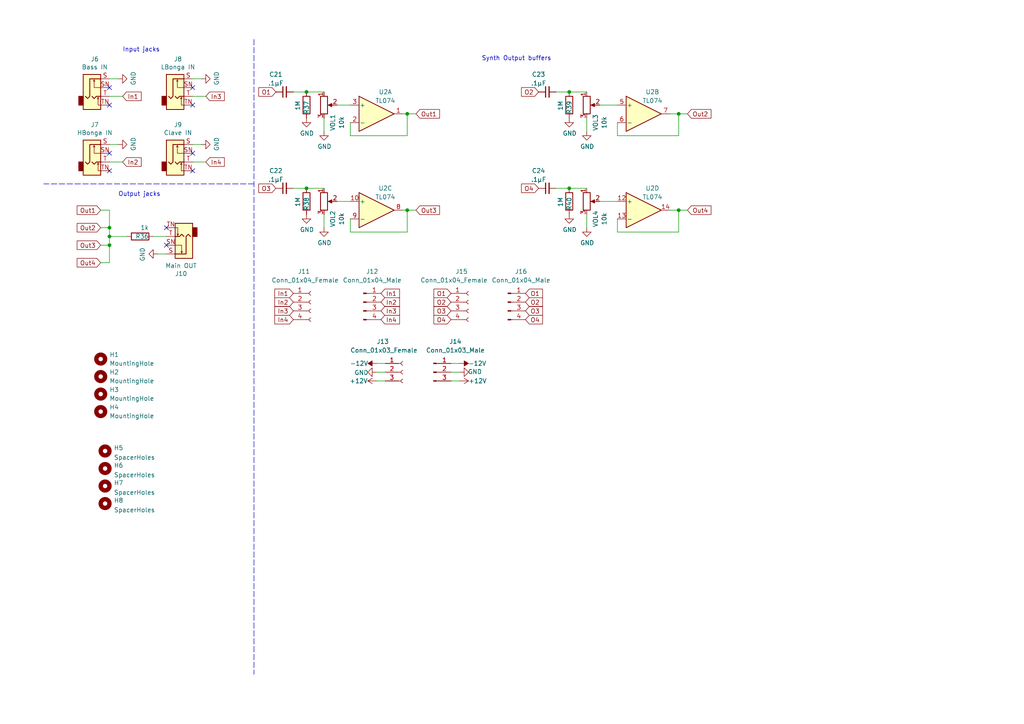
<source format=kicad_sch>
(kicad_sch (version 20211123) (generator eeschema)

  (uuid e4184668-3bdd-4cb2-a053-4f3d5e57b541)

  (paper "A4")

  (lib_symbols
    (symbol "Amplifier_Operational:TL074" (pin_names (offset 0.127)) (in_bom yes) (on_board yes)
      (property "Reference" "U" (id 0) (at 0 5.08 0)
        (effects (font (size 1.27 1.27)) (justify left))
      )
      (property "Value" "TL074" (id 1) (at 0 -5.08 0)
        (effects (font (size 1.27 1.27)) (justify left))
      )
      (property "Footprint" "" (id 2) (at -1.27 2.54 0)
        (effects (font (size 1.27 1.27)) hide)
      )
      (property "Datasheet" "http://www.ti.com/lit/ds/symlink/tl071.pdf" (id 3) (at 1.27 5.08 0)
        (effects (font (size 1.27 1.27)) hide)
      )
      (property "ki_locked" "" (id 4) (at 0 0 0)
        (effects (font (size 1.27 1.27)))
      )
      (property "ki_keywords" "quad opamp" (id 5) (at 0 0 0)
        (effects (font (size 1.27 1.27)) hide)
      )
      (property "ki_description" "Quad Low-Noise JFET-Input Operational Amplifiers, DIP-14/SOIC-14" (id 6) (at 0 0 0)
        (effects (font (size 1.27 1.27)) hide)
      )
      (property "ki_fp_filters" "SOIC*3.9x8.7mm*P1.27mm* DIP*W7.62mm* TSSOP*4.4x5mm*P0.65mm* SSOP*5.3x6.2mm*P0.65mm* MSOP*3x3mm*P0.5mm*" (id 7) (at 0 0 0)
        (effects (font (size 1.27 1.27)) hide)
      )
      (symbol "TL074_1_1"
        (polyline
          (pts
            (xy -5.08 5.08)
            (xy 5.08 0)
            (xy -5.08 -5.08)
            (xy -5.08 5.08)
          )
          (stroke (width 0.254) (type default) (color 0 0 0 0))
          (fill (type background))
        )
        (pin output line (at 7.62 0 180) (length 2.54)
          (name "~" (effects (font (size 1.27 1.27))))
          (number "1" (effects (font (size 1.27 1.27))))
        )
        (pin input line (at -7.62 -2.54 0) (length 2.54)
          (name "-" (effects (font (size 1.27 1.27))))
          (number "2" (effects (font (size 1.27 1.27))))
        )
        (pin input line (at -7.62 2.54 0) (length 2.54)
          (name "+" (effects (font (size 1.27 1.27))))
          (number "3" (effects (font (size 1.27 1.27))))
        )
      )
      (symbol "TL074_2_1"
        (polyline
          (pts
            (xy -5.08 5.08)
            (xy 5.08 0)
            (xy -5.08 -5.08)
            (xy -5.08 5.08)
          )
          (stroke (width 0.254) (type default) (color 0 0 0 0))
          (fill (type background))
        )
        (pin input line (at -7.62 2.54 0) (length 2.54)
          (name "+" (effects (font (size 1.27 1.27))))
          (number "5" (effects (font (size 1.27 1.27))))
        )
        (pin input line (at -7.62 -2.54 0) (length 2.54)
          (name "-" (effects (font (size 1.27 1.27))))
          (number "6" (effects (font (size 1.27 1.27))))
        )
        (pin output line (at 7.62 0 180) (length 2.54)
          (name "~" (effects (font (size 1.27 1.27))))
          (number "7" (effects (font (size 1.27 1.27))))
        )
      )
      (symbol "TL074_3_1"
        (polyline
          (pts
            (xy -5.08 5.08)
            (xy 5.08 0)
            (xy -5.08 -5.08)
            (xy -5.08 5.08)
          )
          (stroke (width 0.254) (type default) (color 0 0 0 0))
          (fill (type background))
        )
        (pin input line (at -7.62 2.54 0) (length 2.54)
          (name "+" (effects (font (size 1.27 1.27))))
          (number "10" (effects (font (size 1.27 1.27))))
        )
        (pin output line (at 7.62 0 180) (length 2.54)
          (name "~" (effects (font (size 1.27 1.27))))
          (number "8" (effects (font (size 1.27 1.27))))
        )
        (pin input line (at -7.62 -2.54 0) (length 2.54)
          (name "-" (effects (font (size 1.27 1.27))))
          (number "9" (effects (font (size 1.27 1.27))))
        )
      )
      (symbol "TL074_4_1"
        (polyline
          (pts
            (xy -5.08 5.08)
            (xy 5.08 0)
            (xy -5.08 -5.08)
            (xy -5.08 5.08)
          )
          (stroke (width 0.254) (type default) (color 0 0 0 0))
          (fill (type background))
        )
        (pin input line (at -7.62 2.54 0) (length 2.54)
          (name "+" (effects (font (size 1.27 1.27))))
          (number "12" (effects (font (size 1.27 1.27))))
        )
        (pin input line (at -7.62 -2.54 0) (length 2.54)
          (name "-" (effects (font (size 1.27 1.27))))
          (number "13" (effects (font (size 1.27 1.27))))
        )
        (pin output line (at 7.62 0 180) (length 2.54)
          (name "~" (effects (font (size 1.27 1.27))))
          (number "14" (effects (font (size 1.27 1.27))))
        )
      )
      (symbol "TL074_5_1"
        (pin power_in line (at -2.54 -7.62 90) (length 3.81)
          (name "V-" (effects (font (size 1.27 1.27))))
          (number "11" (effects (font (size 1.27 1.27))))
        )
        (pin power_in line (at -2.54 7.62 270) (length 3.81)
          (name "V+" (effects (font (size 1.27 1.27))))
          (number "4" (effects (font (size 1.27 1.27))))
        )
      )
    )
    (symbol "Connector:AudioJack2_Switch" (in_bom yes) (on_board yes)
      (property "Reference" "J" (id 0) (at 0 11.43 0)
        (effects (font (size 1.27 1.27)))
      )
      (property "Value" "AudioJack2_Switch" (id 1) (at 0 8.89 0)
        (effects (font (size 1.27 1.27)))
      )
      (property "Footprint" "" (id 2) (at 0 5.08 0)
        (effects (font (size 1.27 1.27)) hide)
      )
      (property "Datasheet" "~" (id 3) (at 0 5.08 0)
        (effects (font (size 1.27 1.27)) hide)
      )
      (property "ki_keywords" "audio jack receptacle mono headphones phone TS connector" (id 4) (at 0 0 0)
        (effects (font (size 1.27 1.27)) hide)
      )
      (property "ki_description" "Audio Jack, 2 Poles (Mono / TS), Switched Pole (Normalling)" (id 5) (at 0 0 0)
        (effects (font (size 1.27 1.27)) hide)
      )
      (property "ki_fp_filters" "Jack*" (id 6) (at 0 0 0)
        (effects (font (size 1.27 1.27)) hide)
      )
      (symbol "AudioJack2_Switch_0_1"
        (rectangle (start -2.54 0) (end -3.81 -2.54)
          (stroke (width 0.254) (type default) (color 0 0 0 0))
          (fill (type outline))
        )
        (rectangle (start 2.54 6.35) (end -2.54 -3.81)
          (stroke (width 0.254) (type default) (color 0 0 0 0))
          (fill (type background))
        )
      )
      (symbol "AudioJack2_Switch_1_1"
        (polyline
          (pts
            (xy 0.635 4.826)
            (xy 0.889 4.318)
          )
          (stroke (width 0) (type default) (color 0 0 0 0))
          (fill (type none))
        )
        (polyline
          (pts
            (xy 1.778 -0.254)
            (xy 2.032 -0.762)
          )
          (stroke (width 0) (type default) (color 0 0 0 0))
          (fill (type none))
        )
        (polyline
          (pts
            (xy 0 0)
            (xy 0.635 -0.635)
            (xy 1.27 0)
            (xy 2.54 0)
          )
          (stroke (width 0.254) (type default) (color 0 0 0 0))
          (fill (type none))
        )
        (polyline
          (pts
            (xy 2.54 -2.54)
            (xy 1.778 -2.54)
            (xy 1.778 -0.254)
            (xy 1.524 -0.762)
          )
          (stroke (width 0) (type default) (color 0 0 0 0))
          (fill (type none))
        )
        (polyline
          (pts
            (xy 2.54 2.54)
            (xy 0.635 2.54)
            (xy 0.635 4.826)
            (xy 0.381 4.318)
          )
          (stroke (width 0) (type default) (color 0 0 0 0))
          (fill (type none))
        )
        (polyline
          (pts
            (xy 2.54 5.08)
            (xy -0.635 5.08)
            (xy -0.635 0)
            (xy -1.27 -0.635)
            (xy -1.905 0)
          )
          (stroke (width 0.254) (type default) (color 0 0 0 0))
          (fill (type none))
        )
        (pin passive line (at 5.08 5.08 180) (length 2.54)
          (name "~" (effects (font (size 1.27 1.27))))
          (number "S" (effects (font (size 1.27 1.27))))
        )
        (pin passive line (at 5.08 2.54 180) (length 2.54)
          (name "~" (effects (font (size 1.27 1.27))))
          (number "SN" (effects (font (size 1.27 1.27))))
        )
        (pin passive line (at 5.08 0 180) (length 2.54)
          (name "~" (effects (font (size 1.27 1.27))))
          (number "T" (effects (font (size 1.27 1.27))))
        )
        (pin passive line (at 5.08 -2.54 180) (length 2.54)
          (name "~" (effects (font (size 1.27 1.27))))
          (number "TN" (effects (font (size 1.27 1.27))))
        )
      )
    )
    (symbol "Connector:Conn_01x03_Female" (pin_names (offset 1.016) hide) (in_bom yes) (on_board yes)
      (property "Reference" "J" (id 0) (at 0 5.08 0)
        (effects (font (size 1.27 1.27)))
      )
      (property "Value" "Conn_01x03_Female" (id 1) (at 0 -5.08 0)
        (effects (font (size 1.27 1.27)))
      )
      (property "Footprint" "" (id 2) (at 0 0 0)
        (effects (font (size 1.27 1.27)) hide)
      )
      (property "Datasheet" "~" (id 3) (at 0 0 0)
        (effects (font (size 1.27 1.27)) hide)
      )
      (property "ki_keywords" "connector" (id 4) (at 0 0 0)
        (effects (font (size 1.27 1.27)) hide)
      )
      (property "ki_description" "Generic connector, single row, 01x03, script generated (kicad-library-utils/schlib/autogen/connector/)" (id 5) (at 0 0 0)
        (effects (font (size 1.27 1.27)) hide)
      )
      (property "ki_fp_filters" "Connector*:*_1x??_*" (id 6) (at 0 0 0)
        (effects (font (size 1.27 1.27)) hide)
      )
      (symbol "Conn_01x03_Female_1_1"
        (arc (start 0 -2.032) (mid -0.508 -2.54) (end 0 -3.048)
          (stroke (width 0.1524) (type default) (color 0 0 0 0))
          (fill (type none))
        )
        (polyline
          (pts
            (xy -1.27 -2.54)
            (xy -0.508 -2.54)
          )
          (stroke (width 0.1524) (type default) (color 0 0 0 0))
          (fill (type none))
        )
        (polyline
          (pts
            (xy -1.27 0)
            (xy -0.508 0)
          )
          (stroke (width 0.1524) (type default) (color 0 0 0 0))
          (fill (type none))
        )
        (polyline
          (pts
            (xy -1.27 2.54)
            (xy -0.508 2.54)
          )
          (stroke (width 0.1524) (type default) (color 0 0 0 0))
          (fill (type none))
        )
        (arc (start 0 0.508) (mid -0.508 0) (end 0 -0.508)
          (stroke (width 0.1524) (type default) (color 0 0 0 0))
          (fill (type none))
        )
        (arc (start 0 3.048) (mid -0.508 2.54) (end 0 2.032)
          (stroke (width 0.1524) (type default) (color 0 0 0 0))
          (fill (type none))
        )
        (pin passive line (at -5.08 2.54 0) (length 3.81)
          (name "Pin_1" (effects (font (size 1.27 1.27))))
          (number "1" (effects (font (size 1.27 1.27))))
        )
        (pin passive line (at -5.08 0 0) (length 3.81)
          (name "Pin_2" (effects (font (size 1.27 1.27))))
          (number "2" (effects (font (size 1.27 1.27))))
        )
        (pin passive line (at -5.08 -2.54 0) (length 3.81)
          (name "Pin_3" (effects (font (size 1.27 1.27))))
          (number "3" (effects (font (size 1.27 1.27))))
        )
      )
    )
    (symbol "Connector:Conn_01x03_Male" (pin_names (offset 1.016) hide) (in_bom yes) (on_board yes)
      (property "Reference" "J" (id 0) (at 0 5.08 0)
        (effects (font (size 1.27 1.27)))
      )
      (property "Value" "Conn_01x03_Male" (id 1) (at 0 -5.08 0)
        (effects (font (size 1.27 1.27)))
      )
      (property "Footprint" "" (id 2) (at 0 0 0)
        (effects (font (size 1.27 1.27)) hide)
      )
      (property "Datasheet" "~" (id 3) (at 0 0 0)
        (effects (font (size 1.27 1.27)) hide)
      )
      (property "ki_keywords" "connector" (id 4) (at 0 0 0)
        (effects (font (size 1.27 1.27)) hide)
      )
      (property "ki_description" "Generic connector, single row, 01x03, script generated (kicad-library-utils/schlib/autogen/connector/)" (id 5) (at 0 0 0)
        (effects (font (size 1.27 1.27)) hide)
      )
      (property "ki_fp_filters" "Connector*:*_1x??_*" (id 6) (at 0 0 0)
        (effects (font (size 1.27 1.27)) hide)
      )
      (symbol "Conn_01x03_Male_1_1"
        (polyline
          (pts
            (xy 1.27 -2.54)
            (xy 0.8636 -2.54)
          )
          (stroke (width 0.1524) (type default) (color 0 0 0 0))
          (fill (type none))
        )
        (polyline
          (pts
            (xy 1.27 0)
            (xy 0.8636 0)
          )
          (stroke (width 0.1524) (type default) (color 0 0 0 0))
          (fill (type none))
        )
        (polyline
          (pts
            (xy 1.27 2.54)
            (xy 0.8636 2.54)
          )
          (stroke (width 0.1524) (type default) (color 0 0 0 0))
          (fill (type none))
        )
        (rectangle (start 0.8636 -2.413) (end 0 -2.667)
          (stroke (width 0.1524) (type default) (color 0 0 0 0))
          (fill (type outline))
        )
        (rectangle (start 0.8636 0.127) (end 0 -0.127)
          (stroke (width 0.1524) (type default) (color 0 0 0 0))
          (fill (type outline))
        )
        (rectangle (start 0.8636 2.667) (end 0 2.413)
          (stroke (width 0.1524) (type default) (color 0 0 0 0))
          (fill (type outline))
        )
        (pin passive line (at 5.08 2.54 180) (length 3.81)
          (name "Pin_1" (effects (font (size 1.27 1.27))))
          (number "1" (effects (font (size 1.27 1.27))))
        )
        (pin passive line (at 5.08 0 180) (length 3.81)
          (name "Pin_2" (effects (font (size 1.27 1.27))))
          (number "2" (effects (font (size 1.27 1.27))))
        )
        (pin passive line (at 5.08 -2.54 180) (length 3.81)
          (name "Pin_3" (effects (font (size 1.27 1.27))))
          (number "3" (effects (font (size 1.27 1.27))))
        )
      )
    )
    (symbol "Connector:Conn_01x04_Female" (pin_names (offset 1.016) hide) (in_bom yes) (on_board yes)
      (property "Reference" "J" (id 0) (at 0 5.08 0)
        (effects (font (size 1.27 1.27)))
      )
      (property "Value" "Conn_01x04_Female" (id 1) (at 0 -7.62 0)
        (effects (font (size 1.27 1.27)))
      )
      (property "Footprint" "" (id 2) (at 0 0 0)
        (effects (font (size 1.27 1.27)) hide)
      )
      (property "Datasheet" "~" (id 3) (at 0 0 0)
        (effects (font (size 1.27 1.27)) hide)
      )
      (property "ki_keywords" "connector" (id 4) (at 0 0 0)
        (effects (font (size 1.27 1.27)) hide)
      )
      (property "ki_description" "Generic connector, single row, 01x04, script generated (kicad-library-utils/schlib/autogen/connector/)" (id 5) (at 0 0 0)
        (effects (font (size 1.27 1.27)) hide)
      )
      (property "ki_fp_filters" "Connector*:*_1x??_*" (id 6) (at 0 0 0)
        (effects (font (size 1.27 1.27)) hide)
      )
      (symbol "Conn_01x04_Female_1_1"
        (arc (start 0 -4.572) (mid -0.508 -5.08) (end 0 -5.588)
          (stroke (width 0.1524) (type default) (color 0 0 0 0))
          (fill (type none))
        )
        (arc (start 0 -2.032) (mid -0.508 -2.54) (end 0 -3.048)
          (stroke (width 0.1524) (type default) (color 0 0 0 0))
          (fill (type none))
        )
        (polyline
          (pts
            (xy -1.27 -5.08)
            (xy -0.508 -5.08)
          )
          (stroke (width 0.1524) (type default) (color 0 0 0 0))
          (fill (type none))
        )
        (polyline
          (pts
            (xy -1.27 -2.54)
            (xy -0.508 -2.54)
          )
          (stroke (width 0.1524) (type default) (color 0 0 0 0))
          (fill (type none))
        )
        (polyline
          (pts
            (xy -1.27 0)
            (xy -0.508 0)
          )
          (stroke (width 0.1524) (type default) (color 0 0 0 0))
          (fill (type none))
        )
        (polyline
          (pts
            (xy -1.27 2.54)
            (xy -0.508 2.54)
          )
          (stroke (width 0.1524) (type default) (color 0 0 0 0))
          (fill (type none))
        )
        (arc (start 0 0.508) (mid -0.508 0) (end 0 -0.508)
          (stroke (width 0.1524) (type default) (color 0 0 0 0))
          (fill (type none))
        )
        (arc (start 0 3.048) (mid -0.508 2.54) (end 0 2.032)
          (stroke (width 0.1524) (type default) (color 0 0 0 0))
          (fill (type none))
        )
        (pin passive line (at -5.08 2.54 0) (length 3.81)
          (name "Pin_1" (effects (font (size 1.27 1.27))))
          (number "1" (effects (font (size 1.27 1.27))))
        )
        (pin passive line (at -5.08 0 0) (length 3.81)
          (name "Pin_2" (effects (font (size 1.27 1.27))))
          (number "2" (effects (font (size 1.27 1.27))))
        )
        (pin passive line (at -5.08 -2.54 0) (length 3.81)
          (name "Pin_3" (effects (font (size 1.27 1.27))))
          (number "3" (effects (font (size 1.27 1.27))))
        )
        (pin passive line (at -5.08 -5.08 0) (length 3.81)
          (name "Pin_4" (effects (font (size 1.27 1.27))))
          (number "4" (effects (font (size 1.27 1.27))))
        )
      )
    )
    (symbol "Connector:Conn_01x04_Male" (pin_names (offset 1.016) hide) (in_bom yes) (on_board yes)
      (property "Reference" "J" (id 0) (at 0 5.08 0)
        (effects (font (size 1.27 1.27)))
      )
      (property "Value" "Conn_01x04_Male" (id 1) (at 0 -7.62 0)
        (effects (font (size 1.27 1.27)))
      )
      (property "Footprint" "" (id 2) (at 0 0 0)
        (effects (font (size 1.27 1.27)) hide)
      )
      (property "Datasheet" "~" (id 3) (at 0 0 0)
        (effects (font (size 1.27 1.27)) hide)
      )
      (property "ki_keywords" "connector" (id 4) (at 0 0 0)
        (effects (font (size 1.27 1.27)) hide)
      )
      (property "ki_description" "Generic connector, single row, 01x04, script generated (kicad-library-utils/schlib/autogen/connector/)" (id 5) (at 0 0 0)
        (effects (font (size 1.27 1.27)) hide)
      )
      (property "ki_fp_filters" "Connector*:*_1x??_*" (id 6) (at 0 0 0)
        (effects (font (size 1.27 1.27)) hide)
      )
      (symbol "Conn_01x04_Male_1_1"
        (polyline
          (pts
            (xy 1.27 -5.08)
            (xy 0.8636 -5.08)
          )
          (stroke (width 0.1524) (type default) (color 0 0 0 0))
          (fill (type none))
        )
        (polyline
          (pts
            (xy 1.27 -2.54)
            (xy 0.8636 -2.54)
          )
          (stroke (width 0.1524) (type default) (color 0 0 0 0))
          (fill (type none))
        )
        (polyline
          (pts
            (xy 1.27 0)
            (xy 0.8636 0)
          )
          (stroke (width 0.1524) (type default) (color 0 0 0 0))
          (fill (type none))
        )
        (polyline
          (pts
            (xy 1.27 2.54)
            (xy 0.8636 2.54)
          )
          (stroke (width 0.1524) (type default) (color 0 0 0 0))
          (fill (type none))
        )
        (rectangle (start 0.8636 -4.953) (end 0 -5.207)
          (stroke (width 0.1524) (type default) (color 0 0 0 0))
          (fill (type outline))
        )
        (rectangle (start 0.8636 -2.413) (end 0 -2.667)
          (stroke (width 0.1524) (type default) (color 0 0 0 0))
          (fill (type outline))
        )
        (rectangle (start 0.8636 0.127) (end 0 -0.127)
          (stroke (width 0.1524) (type default) (color 0 0 0 0))
          (fill (type outline))
        )
        (rectangle (start 0.8636 2.667) (end 0 2.413)
          (stroke (width 0.1524) (type default) (color 0 0 0 0))
          (fill (type outline))
        )
        (pin passive line (at 5.08 2.54 180) (length 3.81)
          (name "Pin_1" (effects (font (size 1.27 1.27))))
          (number "1" (effects (font (size 1.27 1.27))))
        )
        (pin passive line (at 5.08 0 180) (length 3.81)
          (name "Pin_2" (effects (font (size 1.27 1.27))))
          (number "2" (effects (font (size 1.27 1.27))))
        )
        (pin passive line (at 5.08 -2.54 180) (length 3.81)
          (name "Pin_3" (effects (font (size 1.27 1.27))))
          (number "3" (effects (font (size 1.27 1.27))))
        )
        (pin passive line (at 5.08 -5.08 180) (length 3.81)
          (name "Pin_4" (effects (font (size 1.27 1.27))))
          (number "4" (effects (font (size 1.27 1.27))))
        )
      )
    )
    (symbol "Device:C_Small" (pin_numbers hide) (pin_names (offset 0.254) hide) (in_bom yes) (on_board yes)
      (property "Reference" "C" (id 0) (at 0.254 1.778 0)
        (effects (font (size 1.27 1.27)) (justify left))
      )
      (property "Value" "C_Small" (id 1) (at 0.254 -2.032 0)
        (effects (font (size 1.27 1.27)) (justify left))
      )
      (property "Footprint" "" (id 2) (at 0 0 0)
        (effects (font (size 1.27 1.27)) hide)
      )
      (property "Datasheet" "~" (id 3) (at 0 0 0)
        (effects (font (size 1.27 1.27)) hide)
      )
      (property "ki_keywords" "capacitor cap" (id 4) (at 0 0 0)
        (effects (font (size 1.27 1.27)) hide)
      )
      (property "ki_description" "Unpolarized capacitor, small symbol" (id 5) (at 0 0 0)
        (effects (font (size 1.27 1.27)) hide)
      )
      (property "ki_fp_filters" "C_*" (id 6) (at 0 0 0)
        (effects (font (size 1.27 1.27)) hide)
      )
      (symbol "C_Small_0_1"
        (polyline
          (pts
            (xy -1.524 -0.508)
            (xy 1.524 -0.508)
          )
          (stroke (width 0.3302) (type default) (color 0 0 0 0))
          (fill (type none))
        )
        (polyline
          (pts
            (xy -1.524 0.508)
            (xy 1.524 0.508)
          )
          (stroke (width 0.3048) (type default) (color 0 0 0 0))
          (fill (type none))
        )
      )
      (symbol "C_Small_1_1"
        (pin passive line (at 0 2.54 270) (length 2.032)
          (name "~" (effects (font (size 1.27 1.27))))
          (number "1" (effects (font (size 1.27 1.27))))
        )
        (pin passive line (at 0 -2.54 90) (length 2.032)
          (name "~" (effects (font (size 1.27 1.27))))
          (number "2" (effects (font (size 1.27 1.27))))
        )
      )
    )
    (symbol "Device:R" (pin_numbers hide) (pin_names (offset 0)) (in_bom yes) (on_board yes)
      (property "Reference" "R" (id 0) (at 2.032 0 90)
        (effects (font (size 1.27 1.27)))
      )
      (property "Value" "R" (id 1) (at 0 0 90)
        (effects (font (size 1.27 1.27)))
      )
      (property "Footprint" "" (id 2) (at -1.778 0 90)
        (effects (font (size 1.27 1.27)) hide)
      )
      (property "Datasheet" "~" (id 3) (at 0 0 0)
        (effects (font (size 1.27 1.27)) hide)
      )
      (property "ki_keywords" "R res resistor" (id 4) (at 0 0 0)
        (effects (font (size 1.27 1.27)) hide)
      )
      (property "ki_description" "Resistor" (id 5) (at 0 0 0)
        (effects (font (size 1.27 1.27)) hide)
      )
      (property "ki_fp_filters" "R_*" (id 6) (at 0 0 0)
        (effects (font (size 1.27 1.27)) hide)
      )
      (symbol "R_0_1"
        (rectangle (start -1.016 -2.54) (end 1.016 2.54)
          (stroke (width 0.254) (type default) (color 0 0 0 0))
          (fill (type none))
        )
      )
      (symbol "R_1_1"
        (pin passive line (at 0 3.81 270) (length 1.27)
          (name "~" (effects (font (size 1.27 1.27))))
          (number "1" (effects (font (size 1.27 1.27))))
        )
        (pin passive line (at 0 -3.81 90) (length 1.27)
          (name "~" (effects (font (size 1.27 1.27))))
          (number "2" (effects (font (size 1.27 1.27))))
        )
      )
    )
    (symbol "Device:R_POT" (pin_names (offset 1.016) hide) (in_bom yes) (on_board yes)
      (property "Reference" "RV" (id 0) (at -4.445 0 90)
        (effects (font (size 1.27 1.27)))
      )
      (property "Value" "Device_R_POT" (id 1) (at -2.54 0 90)
        (effects (font (size 1.27 1.27)))
      )
      (property "Footprint" "" (id 2) (at 0 0 0)
        (effects (font (size 1.27 1.27)) hide)
      )
      (property "Datasheet" "" (id 3) (at 0 0 0)
        (effects (font (size 1.27 1.27)) hide)
      )
      (property "ki_fp_filters" "Potentiometer*" (id 4) (at 0 0 0)
        (effects (font (size 1.27 1.27)) hide)
      )
      (symbol "R_POT_0_1"
        (polyline
          (pts
            (xy 2.54 0)
            (xy 1.524 0)
          )
          (stroke (width 0) (type default) (color 0 0 0 0))
          (fill (type none))
        )
        (polyline
          (pts
            (xy 1.143 0)
            (xy 2.286 0.508)
            (xy 2.286 -0.508)
            (xy 1.143 0)
          )
          (stroke (width 0) (type default) (color 0 0 0 0))
          (fill (type outline))
        )
        (rectangle (start 1.016 2.54) (end -1.016 -2.54)
          (stroke (width 0.254) (type default) (color 0 0 0 0))
          (fill (type none))
        )
      )
      (symbol "R_POT_1_1"
        (pin passive line (at 0 3.81 270) (length 1.27)
          (name "1" (effects (font (size 1.27 1.27))))
          (number "1" (effects (font (size 1.27 1.27))))
        )
        (pin passive line (at 3.81 0 180) (length 1.27)
          (name "2" (effects (font (size 1.27 1.27))))
          (number "2" (effects (font (size 1.27 1.27))))
        )
        (pin passive line (at 0 -3.81 90) (length 1.27)
          (name "3" (effects (font (size 1.27 1.27))))
          (number "3" (effects (font (size 1.27 1.27))))
        )
      )
    )
    (symbol "Mechanical:MountingHole" (pin_names (offset 1.016)) (in_bom yes) (on_board yes)
      (property "Reference" "H" (id 0) (at 0 5.08 0)
        (effects (font (size 1.27 1.27)))
      )
      (property "Value" "MountingHole" (id 1) (at 0 3.175 0)
        (effects (font (size 1.27 1.27)))
      )
      (property "Footprint" "" (id 2) (at 0 0 0)
        (effects (font (size 1.27 1.27)) hide)
      )
      (property "Datasheet" "~" (id 3) (at 0 0 0)
        (effects (font (size 1.27 1.27)) hide)
      )
      (property "ki_keywords" "mounting hole" (id 4) (at 0 0 0)
        (effects (font (size 1.27 1.27)) hide)
      )
      (property "ki_description" "Mounting Hole without connection" (id 5) (at 0 0 0)
        (effects (font (size 1.27 1.27)) hide)
      )
      (property "ki_fp_filters" "MountingHole*" (id 6) (at 0 0 0)
        (effects (font (size 1.27 1.27)) hide)
      )
      (symbol "MountingHole_0_1"
        (circle (center 0 0) (radius 1.27)
          (stroke (width 1.27) (type default) (color 0 0 0 0))
          (fill (type none))
        )
      )
    )
    (symbol "power:+12V" (power) (pin_names (offset 0)) (in_bom yes) (on_board yes)
      (property "Reference" "#PWR" (id 0) (at 0 -3.81 0)
        (effects (font (size 1.27 1.27)) hide)
      )
      (property "Value" "+12V" (id 1) (at 0 3.556 0)
        (effects (font (size 1.27 1.27)))
      )
      (property "Footprint" "" (id 2) (at 0 0 0)
        (effects (font (size 1.27 1.27)) hide)
      )
      (property "Datasheet" "" (id 3) (at 0 0 0)
        (effects (font (size 1.27 1.27)) hide)
      )
      (property "ki_keywords" "power-flag" (id 4) (at 0 0 0)
        (effects (font (size 1.27 1.27)) hide)
      )
      (property "ki_description" "Power symbol creates a global label with name \"+12V\"" (id 5) (at 0 0 0)
        (effects (font (size 1.27 1.27)) hide)
      )
      (symbol "+12V_0_1"
        (polyline
          (pts
            (xy -0.762 1.27)
            (xy 0 2.54)
          )
          (stroke (width 0) (type default) (color 0 0 0 0))
          (fill (type none))
        )
        (polyline
          (pts
            (xy 0 0)
            (xy 0 2.54)
          )
          (stroke (width 0) (type default) (color 0 0 0 0))
          (fill (type none))
        )
        (polyline
          (pts
            (xy 0 2.54)
            (xy 0.762 1.27)
          )
          (stroke (width 0) (type default) (color 0 0 0 0))
          (fill (type none))
        )
      )
      (symbol "+12V_1_1"
        (pin power_in line (at 0 0 90) (length 0) hide
          (name "+12V" (effects (font (size 1.27 1.27))))
          (number "1" (effects (font (size 1.27 1.27))))
        )
      )
    )
    (symbol "power:-12V" (power) (pin_names (offset 0)) (in_bom yes) (on_board yes)
      (property "Reference" "#PWR" (id 0) (at 0 2.54 0)
        (effects (font (size 1.27 1.27)) hide)
      )
      (property "Value" "-12V" (id 1) (at 0 3.81 0)
        (effects (font (size 1.27 1.27)))
      )
      (property "Footprint" "" (id 2) (at 0 0 0)
        (effects (font (size 1.27 1.27)) hide)
      )
      (property "Datasheet" "" (id 3) (at 0 0 0)
        (effects (font (size 1.27 1.27)) hide)
      )
      (property "ki_keywords" "power-flag" (id 4) (at 0 0 0)
        (effects (font (size 1.27 1.27)) hide)
      )
      (property "ki_description" "Power symbol creates a global label with name \"-12V\"" (id 5) (at 0 0 0)
        (effects (font (size 1.27 1.27)) hide)
      )
      (symbol "-12V_0_0"
        (pin power_in line (at 0 0 90) (length 0) hide
          (name "-12V" (effects (font (size 1.27 1.27))))
          (number "1" (effects (font (size 1.27 1.27))))
        )
      )
      (symbol "-12V_0_1"
        (polyline
          (pts
            (xy 0 0)
            (xy 0 1.27)
            (xy 0.762 1.27)
            (xy 0 2.54)
            (xy -0.762 1.27)
            (xy 0 1.27)
          )
          (stroke (width 0) (type default) (color 0 0 0 0))
          (fill (type outline))
        )
      )
    )
    (symbol "power:GND" (power) (pin_names (offset 0)) (in_bom yes) (on_board yes)
      (property "Reference" "#PWR" (id 0) (at 0 -6.35 0)
        (effects (font (size 1.27 1.27)) hide)
      )
      (property "Value" "GND" (id 1) (at 0 -3.81 0)
        (effects (font (size 1.27 1.27)))
      )
      (property "Footprint" "" (id 2) (at 0 0 0)
        (effects (font (size 1.27 1.27)) hide)
      )
      (property "Datasheet" "" (id 3) (at 0 0 0)
        (effects (font (size 1.27 1.27)) hide)
      )
      (property "ki_keywords" "power-flag" (id 4) (at 0 0 0)
        (effects (font (size 1.27 1.27)) hide)
      )
      (property "ki_description" "Power symbol creates a global label with name \"GND\" , ground" (id 5) (at 0 0 0)
        (effects (font (size 1.27 1.27)) hide)
      )
      (symbol "GND_0_1"
        (polyline
          (pts
            (xy 0 0)
            (xy 0 -1.27)
            (xy 1.27 -1.27)
            (xy 0 -2.54)
            (xy -1.27 -1.27)
            (xy 0 -1.27)
          )
          (stroke (width 0) (type default) (color 0 0 0 0))
          (fill (type none))
        )
      )
      (symbol "GND_1_1"
        (pin power_in line (at 0 0 270) (length 0) hide
          (name "GND" (effects (font (size 1.27 1.27))))
          (number "1" (effects (font (size 1.27 1.27))))
        )
      )
    )
  )

  (junction (at 196.85 60.96) (diameter 0) (color 0 0 0 0)
    (uuid 01109662-12b4-48a3-b68d-624008909c2a)
  )
  (junction (at 88.9 26.67) (diameter 0) (color 0 0 0 0)
    (uuid 0a05b691-b8f8-49fc-a3a3-bfcb1cd1ef59)
  )
  (junction (at 118.11 60.96) (diameter 0) (color 0 0 0 0)
    (uuid 19e9d238-d1bc-44a7-a231-59aab961f80a)
  )
  (junction (at 196.85 33.02) (diameter 0) (color 0 0 0 0)
    (uuid 5a889284-4c9f-49be-8f02-e43e18550914)
  )
  (junction (at 31.75 66.04) (diameter 0) (color 0 0 0 0)
    (uuid 5c7f3438-3730-45f9-8b29-fe5c3e8d1126)
  )
  (junction (at 31.75 71.12) (diameter 0) (color 0 0 0 0)
    (uuid 8f46873a-6e2c-4902-99d1-a00a976b2266)
  )
  (junction (at 31.75 68.58) (diameter 0) (color 0 0 0 0)
    (uuid 9ad76257-fde9-4a62-a3e8-4e2761ca047f)
  )
  (junction (at 165.1 54.61) (diameter 0) (color 0 0 0 0)
    (uuid 9e6302d0-0202-4010-8cb0-80fb6ee040bc)
  )
  (junction (at 165.1 26.67) (diameter 0) (color 0 0 0 0)
    (uuid adbbf0e5-08c4-448e-affa-4223a7cd30f3)
  )
  (junction (at 88.9 54.61) (diameter 0) (color 0 0 0 0)
    (uuid c4d77586-b8e5-4ca8-8e14-02e0b4da46ad)
  )
  (junction (at 118.11 33.02) (diameter 0) (color 0 0 0 0)
    (uuid c4dfd375-ddf0-4c55-90ba-ac25d127e684)
  )

  (no_connect (at 31.75 49.53) (uuid 09c6ca89-863f-42d4-867e-9a769c316610))
  (no_connect (at 48.26 66.04) (uuid 1800ce7b-607f-4b54-b15d-2829de16c178))
  (no_connect (at 31.75 44.45) (uuid 34ddb753-e57c-4ca8-a67b-d7cdf62cae93))
  (no_connect (at 55.88 49.53) (uuid 3b6dda98-f455-4961-854e-3c4cceecffcc))
  (no_connect (at 48.26 71.12) (uuid 4f87f558-6ed8-4161-8c9f-bea15d55d703))
  (no_connect (at 31.75 30.48) (uuid 80f8c1b4-10dd-40fe-b7f7-67988bc3ad81))
  (no_connect (at 55.88 30.48) (uuid 91c82043-0b26-427f-b23c-6094224ddfc2))
  (no_connect (at 55.88 25.4) (uuid 97e5f992-979e-4291-bd9a-a77c3fd4b1b5))
  (no_connect (at 55.88 44.45) (uuid af6ac8e6-193c-4bd2-ac0b-7f515b538a8b))
  (no_connect (at 31.75 25.4) (uuid f8621ac5-1e7e-4e87-8c69-5fd403df9470))

  (wire (pts (xy 48.26 73.66) (xy 45.72 73.66))
    (stroke (width 0) (type default) (color 0 0 0 0))
    (uuid 015aead0-ab5a-48f6-964c-951ea5900f3c)
  )
  (wire (pts (xy 29.21 71.12) (xy 31.75 71.12))
    (stroke (width 0) (type default) (color 0 0 0 0))
    (uuid 05fec1c2-62c6-4c14-b9d0-8171d86533fa)
  )
  (wire (pts (xy 88.9 26.67) (xy 93.98 26.67))
    (stroke (width 0) (type default) (color 0 0 0 0))
    (uuid 0c0c03dc-7f6c-4ec3-82b6-df68522379a8)
  )
  (wire (pts (xy 173.99 30.48) (xy 179.07 30.48))
    (stroke (width 0) (type default) (color 0 0 0 0))
    (uuid 109193fd-4514-4383-b3a4-2628f8e17d49)
  )
  (wire (pts (xy 179.07 67.31) (xy 196.85 67.31))
    (stroke (width 0) (type default) (color 0 0 0 0))
    (uuid 1a813eeb-ee58-4579-81e1-3f9a7227213c)
  )
  (wire (pts (xy 31.75 41.91) (xy 34.29 41.91))
    (stroke (width 0) (type default) (color 0 0 0 0))
    (uuid 28b01cd2-da3a-46ec-8825-b0f31a0b8987)
  )
  (wire (pts (xy 31.75 60.96) (xy 31.75 66.04))
    (stroke (width 0) (type default) (color 0 0 0 0))
    (uuid 2947458a-45fc-491c-91bd-2c2da60454d2)
  )
  (wire (pts (xy 59.69 27.94) (xy 55.88 27.94))
    (stroke (width 0) (type default) (color 0 0 0 0))
    (uuid 2cd3975a-2259-4fa9-8133-e1586b9b9618)
  )
  (wire (pts (xy 161.29 54.61) (xy 165.1 54.61))
    (stroke (width 0) (type default) (color 0 0 0 0))
    (uuid 315d2b15-cfe6-4672-b3ad-24773f3df12c)
  )
  (wire (pts (xy 170.18 62.23) (xy 170.18 66.04))
    (stroke (width 0) (type default) (color 0 0 0 0))
    (uuid 3273ec61-4a33-41c2-82bf-cde7c8587c1b)
  )
  (wire (pts (xy 130.81 107.95) (xy 133.35 107.95))
    (stroke (width 0) (type default) (color 0 0 0 0))
    (uuid 36d9f170-93ef-428f-8380-8a44839cc197)
  )
  (polyline (pts (xy 73.66 53.34) (xy 12.7 53.34))
    (stroke (width 0) (type default) (color 0 0 0 0))
    (uuid 3d2a15cb-c492-4d9a-b1dd-7d5f099d2d31)
  )

  (wire (pts (xy 109.22 110.49) (xy 111.76 110.49))
    (stroke (width 0) (type default) (color 0 0 0 0))
    (uuid 42280f3d-2cf0-49a5-bc02-5cda32ca3675)
  )
  (polyline (pts (xy 73.66 11.43) (xy 73.66 195.58))
    (stroke (width 0) (type default) (color 0 0 0 0))
    (uuid 42bd0f96-a831-406e-abb7-03ed1bbd785f)
  )

  (wire (pts (xy 31.75 68.58) (xy 36.83 68.58))
    (stroke (width 0) (type default) (color 0 0 0 0))
    (uuid 42be8723-b7d5-45a0-b6cb-9d484c361d4e)
  )
  (wire (pts (xy 55.88 41.91) (xy 58.42 41.91))
    (stroke (width 0) (type default) (color 0 0 0 0))
    (uuid 42f10020-b50a-4739-a546-6b63e441c980)
  )
  (wire (pts (xy 170.18 34.29) (xy 170.18 38.1))
    (stroke (width 0) (type default) (color 0 0 0 0))
    (uuid 4f3dc5bc-04e8-4dcc-91dd-8782e84f321d)
  )
  (wire (pts (xy 88.9 54.61) (xy 93.98 54.61))
    (stroke (width 0) (type default) (color 0 0 0 0))
    (uuid 5583cd91-5a29-48e5-ae9b-ca9814203ee7)
  )
  (wire (pts (xy 101.6 67.31) (xy 101.6 63.5))
    (stroke (width 0) (type default) (color 0 0 0 0))
    (uuid 58a87288-e2bf-4c88-9871-a753efc69e9d)
  )
  (wire (pts (xy 196.85 60.96) (xy 199.39 60.96))
    (stroke (width 0) (type default) (color 0 0 0 0))
    (uuid 5bef9cab-4b75-45ba-a0ec-ce235f63187d)
  )
  (wire (pts (xy 35.56 46.99) (xy 31.75 46.99))
    (stroke (width 0) (type default) (color 0 0 0 0))
    (uuid 5cff09b0-b3d4-41a7-a6a4-7f917b40eda9)
  )
  (wire (pts (xy 194.31 33.02) (xy 196.85 33.02))
    (stroke (width 0) (type default) (color 0 0 0 0))
    (uuid 621c8eb9-ae87-439a-b350-badb5d559a5a)
  )
  (wire (pts (xy 118.11 60.96) (xy 120.65 60.96))
    (stroke (width 0) (type default) (color 0 0 0 0))
    (uuid 64983563-4502-463c-9d0d-c2327f7e93f8)
  )
  (wire (pts (xy 59.69 46.99) (xy 55.88 46.99))
    (stroke (width 0) (type default) (color 0 0 0 0))
    (uuid 6e9883d7-9642-4425-a248-b92a09f0624c)
  )
  (wire (pts (xy 118.11 33.02) (xy 120.65 33.02))
    (stroke (width 0) (type default) (color 0 0 0 0))
    (uuid 71befacd-3af2-4f49-90aa-c01317478039)
  )
  (wire (pts (xy 194.31 60.96) (xy 196.85 60.96))
    (stroke (width 0) (type default) (color 0 0 0 0))
    (uuid 72cc7949-68f8-4ef8-adcb-a65c1d042672)
  )
  (wire (pts (xy 97.79 58.42) (xy 101.6 58.42))
    (stroke (width 0) (type default) (color 0 0 0 0))
    (uuid 7a9f0155-9505-45ff-8e4c-3863c101e945)
  )
  (wire (pts (xy 93.98 34.29) (xy 93.98 38.1))
    (stroke (width 0) (type default) (color 0 0 0 0))
    (uuid 7ce4aab5-8271-4432-a4b1-bff168293b45)
  )
  (wire (pts (xy 109.22 105.41) (xy 111.76 105.41))
    (stroke (width 0) (type default) (color 0 0 0 0))
    (uuid 7d880f22-1a7a-448b-8f3e-9ab69c5cadd5)
  )
  (wire (pts (xy 31.75 68.58) (xy 31.75 71.12))
    (stroke (width 0) (type default) (color 0 0 0 0))
    (uuid 81194c89-0d94-4108-af89-65d759e4776d)
  )
  (wire (pts (xy 130.81 110.49) (xy 133.35 110.49))
    (stroke (width 0) (type default) (color 0 0 0 0))
    (uuid 826bd810-e821-4e4e-8681-315bc2266bcc)
  )
  (wire (pts (xy 165.1 26.67) (xy 170.18 26.67))
    (stroke (width 0) (type default) (color 0 0 0 0))
    (uuid 8423120c-1bbf-4444-b400-61c94ba3e4fb)
  )
  (wire (pts (xy 55.88 22.86) (xy 58.42 22.86))
    (stroke (width 0) (type default) (color 0 0 0 0))
    (uuid 8615dae0-65cf-4932-8e6f-9a0f32429a5e)
  )
  (wire (pts (xy 85.09 54.61) (xy 88.9 54.61))
    (stroke (width 0) (type default) (color 0 0 0 0))
    (uuid 89bd1fdd-6a91-474e-8495-7a2ba7eb6260)
  )
  (wire (pts (xy 165.1 54.61) (xy 170.18 54.61))
    (stroke (width 0) (type default) (color 0 0 0 0))
    (uuid 8a10c063-15d0-4dd4-bc00-e2e731febde1)
  )
  (wire (pts (xy 93.98 62.23) (xy 93.98 66.04))
    (stroke (width 0) (type default) (color 0 0 0 0))
    (uuid 8afe1dbf-1187-4362-8af8-a90ca839a6b3)
  )
  (wire (pts (xy 101.6 39.37) (xy 101.6 35.56))
    (stroke (width 0) (type default) (color 0 0 0 0))
    (uuid 8ef1307e-4e79-474d-a93c-be38f714571c)
  )
  (wire (pts (xy 109.22 107.95) (xy 111.76 107.95))
    (stroke (width 0) (type default) (color 0 0 0 0))
    (uuid 9d6729a2-4606-4bed-9be7-6dbfb854f833)
  )
  (wire (pts (xy 31.75 66.04) (xy 31.75 68.58))
    (stroke (width 0) (type default) (color 0 0 0 0))
    (uuid a5ef0d52-9054-41d6-b8f4-2d3844750e6a)
  )
  (wire (pts (xy 97.79 30.48) (xy 101.6 30.48))
    (stroke (width 0) (type default) (color 0 0 0 0))
    (uuid aad2424a-3937-4bc7-96c8-78c666e64a3d)
  )
  (wire (pts (xy 179.07 39.37) (xy 179.07 35.56))
    (stroke (width 0) (type default) (color 0 0 0 0))
    (uuid b2001159-b6cb-4000-85f5-34f6c410920f)
  )
  (wire (pts (xy 196.85 67.31) (xy 196.85 60.96))
    (stroke (width 0) (type default) (color 0 0 0 0))
    (uuid b754bfb3-a198-47be-8e7b-61bec885a5db)
  )
  (wire (pts (xy 101.6 39.37) (xy 118.11 39.37))
    (stroke (width 0) (type default) (color 0 0 0 0))
    (uuid be030c62-e776-405f-97d8-4a4c1aa2e428)
  )
  (wire (pts (xy 31.75 22.86) (xy 34.29 22.86))
    (stroke (width 0) (type default) (color 0 0 0 0))
    (uuid be5bbcc0-5b09-43de-a42f-297f80f602a5)
  )
  (wire (pts (xy 196.85 33.02) (xy 199.39 33.02))
    (stroke (width 0) (type default) (color 0 0 0 0))
    (uuid c181e5fc-cd99-4098-b0db-2032421f587b)
  )
  (wire (pts (xy 130.81 105.41) (xy 133.35 105.41))
    (stroke (width 0) (type default) (color 0 0 0 0))
    (uuid c23b9ecd-b34c-4948-983d-5dbe272e4d20)
  )
  (wire (pts (xy 118.11 33.02) (xy 118.11 39.37))
    (stroke (width 0) (type default) (color 0 0 0 0))
    (uuid c517b62c-6926-40a5-bab8-a79961578970)
  )
  (wire (pts (xy 29.21 60.96) (xy 31.75 60.96))
    (stroke (width 0) (type default) (color 0 0 0 0))
    (uuid ccb6c11c-e70e-4c39-adaa-cdcf699d8f57)
  )
  (wire (pts (xy 161.29 26.67) (xy 165.1 26.67))
    (stroke (width 0) (type default) (color 0 0 0 0))
    (uuid d337c492-7429-4618-b378-df29f72737e3)
  )
  (wire (pts (xy 173.99 58.42) (xy 179.07 58.42))
    (stroke (width 0) (type default) (color 0 0 0 0))
    (uuid d426fee4-42f7-4741-95b0-1e9ffb7e57c5)
  )
  (wire (pts (xy 116.84 33.02) (xy 118.11 33.02))
    (stroke (width 0) (type default) (color 0 0 0 0))
    (uuid d4e4ffa8-e3e2-4590-b9df-630d1880f3e4)
  )
  (wire (pts (xy 118.11 60.96) (xy 118.11 67.31))
    (stroke (width 0) (type default) (color 0 0 0 0))
    (uuid d958b314-64c4-4d46-80cf-1fe3c4c0c1b9)
  )
  (wire (pts (xy 196.85 39.37) (xy 196.85 33.02))
    (stroke (width 0) (type default) (color 0 0 0 0))
    (uuid dc7523a5-4408-4a51-bc92-6a47a538c094)
  )
  (wire (pts (xy 85.09 26.67) (xy 88.9 26.67))
    (stroke (width 0) (type default) (color 0 0 0 0))
    (uuid e0b36e60-bb2b-489c-a764-1b81e551ce62)
  )
  (wire (pts (xy 101.6 67.31) (xy 118.11 67.31))
    (stroke (width 0) (type default) (color 0 0 0 0))
    (uuid e3c3d042-f4c5-4fb1-a6b8-52aa1c14cc0e)
  )
  (wire (pts (xy 35.56 27.94) (xy 31.75 27.94))
    (stroke (width 0) (type default) (color 0 0 0 0))
    (uuid e77c17df-b20e-4e7d-b937-f281c75a0014)
  )
  (wire (pts (xy 31.75 71.12) (xy 31.75 76.2))
    (stroke (width 0) (type default) (color 0 0 0 0))
    (uuid f0819a75-0858-4777-8166-3487ac0da58c)
  )
  (wire (pts (xy 116.84 60.96) (xy 118.11 60.96))
    (stroke (width 0) (type default) (color 0 0 0 0))
    (uuid f74eb612-4697-4cb4-afe4-9f94828b954d)
  )
  (wire (pts (xy 29.21 66.04) (xy 31.75 66.04))
    (stroke (width 0) (type default) (color 0 0 0 0))
    (uuid f80bbdc8-224b-4801-9271-b844f5fae957)
  )
  (wire (pts (xy 179.07 67.31) (xy 179.07 63.5))
    (stroke (width 0) (type default) (color 0 0 0 0))
    (uuid fab1abc4-c49d-4b88-8c7f-939d7feb7b6c)
  )
  (wire (pts (xy 44.45 68.58) (xy 48.26 68.58))
    (stroke (width 0) (type default) (color 0 0 0 0))
    (uuid fae7c4b1-9fb5-4688-8a58-03637e58d9d2)
  )
  (wire (pts (xy 179.07 39.37) (xy 196.85 39.37))
    (stroke (width 0) (type default) (color 0 0 0 0))
    (uuid fb191df4-267d-4797-80dd-be346b8eeb99)
  )
  (wire (pts (xy 31.75 76.2) (xy 29.21 76.2))
    (stroke (width 0) (type default) (color 0 0 0 0))
    (uuid fc0ec46a-1ee2-4e73-8e27-8a3d0d0353bc)
  )

  (text "Synth Output buffers" (at 139.7 17.78 0)
    (effects (font (size 1.27 1.27)) (justify left bottom))
    (uuid 57543893-39bf-4d83-b4e0-8d020b4a6d48)
  )
  (text "Input jacks" (at 35.56 15.24 0)
    (effects (font (size 1.27 1.27)) (justify left bottom))
    (uuid 868b5d0d-f911-4724-9580-d9e69eb9f709)
  )
  (text "Output jacks" (at 34.29 57.15 0)
    (effects (font (size 1.27 1.27)) (justify left bottom))
    (uuid f565cf54-67ba-4424-8d47-087433645499)
  )

  (global_label "In2" (shape input) (at 85.09 87.63 180) (fields_autoplaced)
    (effects (font (size 1.27 1.27)) (justify right))
    (uuid 009b0d62-e9ea-4825-9fdf-befd291c76ce)
    (property "Intersheet References" "${INTERSHEET_REFS}" (id 0) (at -12.7 -7.62 0)
      (effects (font (size 1.27 1.27)) hide)
    )
  )
  (global_label "O3" (shape input) (at 80.01 54.61 180) (fields_autoplaced)
    (effects (font (size 1.27 1.27)) (justify right))
    (uuid 08da8f18-02c3-4a28-a400-670f01755980)
    (property "Intersheet References" "${INTERSHEET_REFS}" (id 0) (at 0 0 0)
      (effects (font (size 1.27 1.27)) hide)
    )
  )
  (global_label "O3" (shape input) (at 152.4 90.17 0) (fields_autoplaced)
    (effects (font (size 1.27 1.27)) (justify left))
    (uuid 100847e3-630c-4c13-ba45-180e92370805)
    (property "Intersheet References" "${INTERSHEET_REFS}" (id 0) (at -12.7 -7.62 0)
      (effects (font (size 1.27 1.27)) hide)
    )
  )
  (global_label "In1" (shape input) (at 110.49 85.09 0) (fields_autoplaced)
    (effects (font (size 1.27 1.27)) (justify left))
    (uuid 186c3f1e-1c94-498e-abf2-1069980f6633)
    (property "Intersheet References" "${INTERSHEET_REFS}" (id 0) (at -12.7 -7.62 0)
      (effects (font (size 1.27 1.27)) hide)
    )
  )
  (global_label "Out1" (shape input) (at 120.65 33.02 0) (fields_autoplaced)
    (effects (font (size 1.27 1.27)) (justify left))
    (uuid 18e95a1d-9d1d-4b93-8e4c-2d03c344acc0)
    (property "Intersheet References" "${INTERSHEET_REFS}" (id 0) (at -17.78 0 0)
      (effects (font (size 1.27 1.27)) hide)
    )
  )
  (global_label "In4" (shape input) (at 59.69 46.99 0) (fields_autoplaced)
    (effects (font (size 1.27 1.27)) (justify left))
    (uuid 2e36ce87-4661-4b8f-956a-16dc559e1b50)
    (property "Intersheet References" "${INTERSHEET_REFS}" (id 0) (at 0 0 0)
      (effects (font (size 1.27 1.27)) hide)
    )
  )
  (global_label "Out2" (shape input) (at 29.21 66.04 180) (fields_autoplaced)
    (effects (font (size 1.27 1.27)) (justify right))
    (uuid 3f0ccf6e-afe1-4fcc-99fa-e564a1488d96)
    (property "Intersheet References" "${INTERSHEET_REFS}" (id 0) (at 243.84 99.06 0)
      (effects (font (size 1.27 1.27)) hide)
    )
  )
  (global_label "O2" (shape input) (at 130.81 87.63 180) (fields_autoplaced)
    (effects (font (size 1.27 1.27)) (justify right))
    (uuid 44e77d57-d16f-4723-a95f-1ac45276c458)
    (property "Intersheet References" "${INTERSHEET_REFS}" (id 0) (at -12.7 -7.62 0)
      (effects (font (size 1.27 1.27)) hide)
    )
  )
  (global_label "O4" (shape input) (at 152.4 92.71 0) (fields_autoplaced)
    (effects (font (size 1.27 1.27)) (justify left))
    (uuid 4c6a1dad-7acf-4a52-99b0-316025d1ab04)
    (property "Intersheet References" "${INTERSHEET_REFS}" (id 0) (at -12.7 -7.62 0)
      (effects (font (size 1.27 1.27)) hide)
    )
  )
  (global_label "In2" (shape input) (at 110.49 87.63 0) (fields_autoplaced)
    (effects (font (size 1.27 1.27)) (justify left))
    (uuid 583b0bf3-0699-44db-b975-a241ad040fa4)
    (property "Intersheet References" "${INTERSHEET_REFS}" (id 0) (at -12.7 -7.62 0)
      (effects (font (size 1.27 1.27)) hide)
    )
  )
  (global_label "Out1" (shape input) (at 29.21 60.96 180) (fields_autoplaced)
    (effects (font (size 1.27 1.27)) (justify right))
    (uuid 5f33fd19-a23e-4ca9-a090-eddd0fdfabfd)
    (property "Intersheet References" "${INTERSHEET_REFS}" (id 0) (at 167.64 93.98 0)
      (effects (font (size 1.27 1.27)) hide)
    )
  )
  (global_label "Out3" (shape input) (at 29.21 71.12 180) (fields_autoplaced)
    (effects (font (size 1.27 1.27)) (justify right))
    (uuid 61ad24b8-e370-4960-80b3-395e48b8e321)
    (property "Intersheet References" "${INTERSHEET_REFS}" (id 0) (at 167.64 132.08 0)
      (effects (font (size 1.27 1.27)) hide)
    )
  )
  (global_label "In3" (shape input) (at 59.69 27.94 0) (fields_autoplaced)
    (effects (font (size 1.27 1.27)) (justify left))
    (uuid 6316acb7-63a1-40e7-8695-2822d4a240b5)
    (property "Intersheet References" "${INTERSHEET_REFS}" (id 0) (at 0 0 0)
      (effects (font (size 1.27 1.27)) hide)
    )
  )
  (global_label "O2" (shape input) (at 152.4 87.63 0) (fields_autoplaced)
    (effects (font (size 1.27 1.27)) (justify left))
    (uuid 64269ac3-771b-4c0d-91e0-eafc3dc4a07f)
    (property "Intersheet References" "${INTERSHEET_REFS}" (id 0) (at -12.7 -7.62 0)
      (effects (font (size 1.27 1.27)) hide)
    )
  )
  (global_label "O2" (shape input) (at 156.21 26.67 180) (fields_autoplaced)
    (effects (font (size 1.27 1.27)) (justify right))
    (uuid 653e74f0-0a40-4ab5-8f5c-787bbaf1d723)
    (property "Intersheet References" "${INTERSHEET_REFS}" (id 0) (at 0 0 0)
      (effects (font (size 1.27 1.27)) hide)
    )
  )
  (global_label "Out3" (shape input) (at 120.65 60.96 0) (fields_autoplaced)
    (effects (font (size 1.27 1.27)) (justify left))
    (uuid 67d6d490-a9a4-4ec7-8744-7c7abc821282)
    (property "Intersheet References" "${INTERSHEET_REFS}" (id 0) (at -17.78 0 0)
      (effects (font (size 1.27 1.27)) hide)
    )
  )
  (global_label "O3" (shape input) (at 130.81 90.17 180) (fields_autoplaced)
    (effects (font (size 1.27 1.27)) (justify right))
    (uuid 7700fef1-de5b-4197-be2d-18385e1e18f9)
    (property "Intersheet References" "${INTERSHEET_REFS}" (id 0) (at -12.7 -7.62 0)
      (effects (font (size 1.27 1.27)) hide)
    )
  )
  (global_label "Out4" (shape input) (at 199.39 60.96 0) (fields_autoplaced)
    (effects (font (size 1.27 1.27)) (justify left))
    (uuid 848901d5-fdee-4920-a04d-fbc03c912e79)
    (property "Intersheet References" "${INTERSHEET_REFS}" (id 0) (at -15.24 0 0)
      (effects (font (size 1.27 1.27)) hide)
    )
  )
  (global_label "O4" (shape input) (at 156.21 54.61 180) (fields_autoplaced)
    (effects (font (size 1.27 1.27)) (justify right))
    (uuid 971d1932-4a99-4265-9c76-26e554bde4fe)
    (property "Intersheet References" "${INTERSHEET_REFS}" (id 0) (at 0 0 0)
      (effects (font (size 1.27 1.27)) hide)
    )
  )
  (global_label "In2" (shape input) (at 35.56 46.99 0) (fields_autoplaced)
    (effects (font (size 1.27 1.27)) (justify left))
    (uuid b66731e7-61d5-4447-bf6a-e91a62b82298)
    (property "Intersheet References" "${INTERSHEET_REFS}" (id 0) (at 0 0 0)
      (effects (font (size 1.27 1.27)) hide)
    )
  )
  (global_label "In1" (shape input) (at 85.09 85.09 180) (fields_autoplaced)
    (effects (font (size 1.27 1.27)) (justify right))
    (uuid c2211bf7-6ed0-4800-9f21-d6a078bedba2)
    (property "Intersheet References" "${INTERSHEET_REFS}" (id 0) (at -12.7 -7.62 0)
      (effects (font (size 1.27 1.27)) hide)
    )
  )
  (global_label "Out4" (shape input) (at 29.21 76.2 180) (fields_autoplaced)
    (effects (font (size 1.27 1.27)) (justify right))
    (uuid cd0f89bc-969d-4621-81d1-43d69a1756a2)
    (property "Intersheet References" "${INTERSHEET_REFS}" (id 0) (at 243.84 137.16 0)
      (effects (font (size 1.27 1.27)) hide)
    )
  )
  (global_label "O1" (shape input) (at 152.4 85.09 0) (fields_autoplaced)
    (effects (font (size 1.27 1.27)) (justify left))
    (uuid d23840a6-3c61-45ca-968a-bc57332fd7a4)
    (property "Intersheet References" "${INTERSHEET_REFS}" (id 0) (at -12.7 -7.62 0)
      (effects (font (size 1.27 1.27)) hide)
    )
  )
  (global_label "In1" (shape input) (at 35.56 27.94 0) (fields_autoplaced)
    (effects (font (size 1.27 1.27)) (justify left))
    (uuid e80b0e91-f15f-4e36-9a9c-b2cfd5a01d2a)
    (property "Intersheet References" "${INTERSHEET_REFS}" (id 0) (at 0 0 0)
      (effects (font (size 1.27 1.27)) hide)
    )
  )
  (global_label "In3" (shape input) (at 85.09 90.17 180) (fields_autoplaced)
    (effects (font (size 1.27 1.27)) (justify right))
    (uuid ef400389-7e37-4c93-8647-76318089d59f)
    (property "Intersheet References" "${INTERSHEET_REFS}" (id 0) (at -12.7 -7.62 0)
      (effects (font (size 1.27 1.27)) hide)
    )
  )
  (global_label "In4" (shape input) (at 110.49 92.71 0) (fields_autoplaced)
    (effects (font (size 1.27 1.27)) (justify left))
    (uuid f2044410-03ac-4994-9652-9e5f480320f0)
    (property "Intersheet References" "${INTERSHEET_REFS}" (id 0) (at -12.7 -7.62 0)
      (effects (font (size 1.27 1.27)) hide)
    )
  )
  (global_label "O1" (shape input) (at 130.81 85.09 180) (fields_autoplaced)
    (effects (font (size 1.27 1.27)) (justify right))
    (uuid f2c43eeb-76da-49f4-b8e6-cd74ebb3190b)
    (property "Intersheet References" "${INTERSHEET_REFS}" (id 0) (at -12.7 -7.62 0)
      (effects (font (size 1.27 1.27)) hide)
    )
  )
  (global_label "O1" (shape input) (at 80.01 26.67 180) (fields_autoplaced)
    (effects (font (size 1.27 1.27)) (justify right))
    (uuid f47374c3-cb2a-4769-880f-830c9b19222e)
    (property "Intersheet References" "${INTERSHEET_REFS}" (id 0) (at 0 0 0)
      (effects (font (size 1.27 1.27)) hide)
    )
  )
  (global_label "Out2" (shape input) (at 199.39 33.02 0) (fields_autoplaced)
    (effects (font (size 1.27 1.27)) (justify left))
    (uuid f5a3f95b-1a53-41b4-b208-bf168c9d9c6d)
    (property "Intersheet References" "${INTERSHEET_REFS}" (id 0) (at -15.24 0 0)
      (effects (font (size 1.27 1.27)) hide)
    )
  )
  (global_label "O4" (shape input) (at 130.81 92.71 180) (fields_autoplaced)
    (effects (font (size 1.27 1.27)) (justify right))
    (uuid f931f973-5615-451c-bb04-9a02aede6e6f)
    (property "Intersheet References" "${INTERSHEET_REFS}" (id 0) (at -12.7 -7.62 0)
      (effects (font (size 1.27 1.27)) hide)
    )
  )
  (global_label "In4" (shape input) (at 85.09 92.71 180) (fields_autoplaced)
    (effects (font (size 1.27 1.27)) (justify right))
    (uuid fc12372f-6e31-40f9-8043-b00b861f0171)
    (property "Intersheet References" "${INTERSHEET_REFS}" (id 0) (at -12.7 -7.62 0)
      (effects (font (size 1.27 1.27)) hide)
    )
  )
  (global_label "In3" (shape input) (at 110.49 90.17 0) (fields_autoplaced)
    (effects (font (size 1.27 1.27)) (justify left))
    (uuid ffb86135-b43f-4a42-9aa6-73aa7ba972a9)
    (property "Intersheet References" "${INTERSHEET_REFS}" (id 0) (at -12.7 -7.62 0)
      (effects (font (size 1.27 1.27)) hide)
    )
  )

  (symbol (lib_id "Connector:AudioJack2_Switch") (at 26.67 27.94 0) (unit 1)
    (in_bom yes) (on_board yes)
    (uuid 00000000-0000-0000-0000-0000603536a6)
    (property "Reference" "J6" (id 0) (at 27.4828 17.145 0))
    (property "Value" "Bass IN" (id 1) (at 27.4828 19.4564 0))
    (property "Footprint" "Connector_Audio:Jack_3.5mm_QingPu_WQP-PJ398SM_Vertical_CircularHoles" (id 2) (at 26.67 22.86 0)
      (effects (font (size 1.27 1.27)) hide)
    )
    (property "Datasheet" "~" (id 3) (at 26.67 22.86 0)
      (effects (font (size 1.27 1.27)) hide)
    )
    (pin "S" (uuid cb875800-6d8c-4644-8531-67cc7ba15934))
    (pin "SN" (uuid 7d85a7d0-4529-4998-9443-cf7cf49f5671))
    (pin "T" (uuid fb628d30-a037-4cf0-a8f8-2767f6cdafce))
    (pin "TN" (uuid 8e5df113-da38-4b7b-9cd7-d1c59eeee82e))
  )

  (symbol (lib_id "power:GND") (at 34.29 22.86 90) (unit 1)
    (in_bom yes) (on_board yes)
    (uuid 00000000-0000-0000-0000-0000603536af)
    (property "Reference" "#PWR032" (id 0) (at 40.64 22.86 0)
      (effects (font (size 1.27 1.27)) hide)
    )
    (property "Value" "GND" (id 1) (at 38.6842 22.733 0))
    (property "Footprint" "" (id 2) (at 34.29 22.86 0)
      (effects (font (size 1.27 1.27)) hide)
    )
    (property "Datasheet" "" (id 3) (at 34.29 22.86 0)
      (effects (font (size 1.27 1.27)) hide)
    )
    (pin "1" (uuid 86ed9e70-56ea-4ee9-8fc4-aa791e24d1fe))
  )

  (symbol (lib_id "Connector:AudioJack2_Switch") (at 26.67 46.99 0) (unit 1)
    (in_bom yes) (on_board yes)
    (uuid 00000000-0000-0000-0000-0000603536b7)
    (property "Reference" "J7" (id 0) (at 27.4828 36.195 0))
    (property "Value" "HBonga IN" (id 1) (at 27.4828 38.5064 0))
    (property "Footprint" "Connector_Audio:Jack_3.5mm_QingPu_WQP-PJ398SM_Vertical_CircularHoles" (id 2) (at 26.67 41.91 0)
      (effects (font (size 1.27 1.27)) hide)
    )
    (property "Datasheet" "~" (id 3) (at 26.67 41.91 0)
      (effects (font (size 1.27 1.27)) hide)
    )
    (pin "S" (uuid 87de70a0-6f26-45b8-bc2a-ff1a60c67b5b))
    (pin "SN" (uuid 39af36bb-ff71-4708-9414-837255499dc5))
    (pin "T" (uuid c11f1ae8-9738-4be8-8006-d9f70c9e3658))
    (pin "TN" (uuid 612abe42-455d-49d7-98f6-9c9c96640c15))
  )

  (symbol (lib_id "power:GND") (at 34.29 41.91 90) (unit 1)
    (in_bom yes) (on_board yes)
    (uuid 00000000-0000-0000-0000-0000603536c0)
    (property "Reference" "#PWR033" (id 0) (at 40.64 41.91 0)
      (effects (font (size 1.27 1.27)) hide)
    )
    (property "Value" "GND" (id 1) (at 38.6842 41.783 0))
    (property "Footprint" "" (id 2) (at 34.29 41.91 0)
      (effects (font (size 1.27 1.27)) hide)
    )
    (property "Datasheet" "" (id 3) (at 34.29 41.91 0)
      (effects (font (size 1.27 1.27)) hide)
    )
    (pin "1" (uuid 8da1d49b-0a04-40cf-99e9-66e3cb40056d))
  )

  (symbol (lib_id "Connector:AudioJack2_Switch") (at 50.8 27.94 0) (unit 1)
    (in_bom yes) (on_board yes)
    (uuid 00000000-0000-0000-0000-0000603536c7)
    (property "Reference" "J8" (id 0) (at 51.6128 17.145 0))
    (property "Value" "LBonga IN" (id 1) (at 51.6128 19.4564 0))
    (property "Footprint" "Connector_Audio:Jack_3.5mm_QingPu_WQP-PJ398SM_Vertical_CircularHoles" (id 2) (at 50.8 22.86 0)
      (effects (font (size 1.27 1.27)) hide)
    )
    (property "Datasheet" "~" (id 3) (at 50.8 22.86 0)
      (effects (font (size 1.27 1.27)) hide)
    )
    (pin "S" (uuid fd9a9d37-a5ef-4f63-b8a0-d6f83b9fae4a))
    (pin "SN" (uuid daf2f069-855a-4633-ba69-7d1b79dc63cb))
    (pin "T" (uuid f3404b82-304a-4f22-bdc3-abe6740d59dd))
    (pin "TN" (uuid 928d9f06-bcbb-4b5e-a813-061fa4e0d4d1))
  )

  (symbol (lib_id "power:GND") (at 58.42 22.86 90) (unit 1)
    (in_bom yes) (on_board yes)
    (uuid 00000000-0000-0000-0000-0000603536d0)
    (property "Reference" "#PWR035" (id 0) (at 64.77 22.86 0)
      (effects (font (size 1.27 1.27)) hide)
    )
    (property "Value" "GND" (id 1) (at 62.8142 22.733 0))
    (property "Footprint" "" (id 2) (at 58.42 22.86 0)
      (effects (font (size 1.27 1.27)) hide)
    )
    (property "Datasheet" "" (id 3) (at 58.42 22.86 0)
      (effects (font (size 1.27 1.27)) hide)
    )
    (pin "1" (uuid 796aade5-aa81-4713-bd93-ce202bc00d81))
  )

  (symbol (lib_id "Connector:AudioJack2_Switch") (at 50.8 46.99 0) (unit 1)
    (in_bom yes) (on_board yes)
    (uuid 00000000-0000-0000-0000-0000603536d7)
    (property "Reference" "J9" (id 0) (at 51.6128 36.195 0))
    (property "Value" "Clave IN" (id 1) (at 51.6128 38.5064 0))
    (property "Footprint" "Connector_Audio:Jack_3.5mm_QingPu_WQP-PJ398SM_Vertical_CircularHoles" (id 2) (at 50.8 41.91 0)
      (effects (font (size 1.27 1.27)) hide)
    )
    (property "Datasheet" "~" (id 3) (at 50.8 41.91 0)
      (effects (font (size 1.27 1.27)) hide)
    )
    (pin "S" (uuid 02285946-12af-421f-ac5a-9fe6f285ca0f))
    (pin "SN" (uuid 89797a13-8242-420d-bbf7-5d30c66f6ff1))
    (pin "T" (uuid 1d233050-fcc5-455f-9fcd-f391cf2340f4))
    (pin "TN" (uuid 3a99b61c-6afe-419b-84bb-a6b9a9c2e956))
  )

  (symbol (lib_id "power:GND") (at 58.42 41.91 90) (unit 1)
    (in_bom yes) (on_board yes)
    (uuid 00000000-0000-0000-0000-0000603536e0)
    (property "Reference" "#PWR036" (id 0) (at 64.77 41.91 0)
      (effects (font (size 1.27 1.27)) hide)
    )
    (property "Value" "GND" (id 1) (at 62.8142 41.783 0))
    (property "Footprint" "" (id 2) (at 58.42 41.91 0)
      (effects (font (size 1.27 1.27)) hide)
    )
    (property "Datasheet" "" (id 3) (at 58.42 41.91 0)
      (effects (font (size 1.27 1.27)) hide)
    )
    (pin "1" (uuid 13879189-dc68-4492-98fb-7edb88acecad))
  )

  (symbol (lib_id "Amplifier_Operational:TL074") (at 109.22 33.02 0) (unit 1)
    (in_bom yes) (on_board yes)
    (uuid 00000000-0000-0000-0000-0000603ec090)
    (property "Reference" "U2" (id 0) (at 111.76 26.67 0))
    (property "Value" "TL074" (id 1) (at 111.76 29.21 0))
    (property "Footprint" "Package_DIP:DIP-14_W7.62mm_Socket" (id 2) (at 107.95 30.48 0)
      (effects (font (size 1.27 1.27)) hide)
    )
    (property "Datasheet" "http://www.ti.com/lit/ds/symlink/tl071.pdf" (id 3) (at 110.49 27.94 0)
      (effects (font (size 1.27 1.27)) hide)
    )
    (pin "1" (uuid b3f8f018-41aa-4dfe-8723-ddb8ced11321))
    (pin "2" (uuid a6628929-f9d2-4d7f-a26b-7c9e3415d478))
    (pin "3" (uuid 5ec4a8b1-0c07-4e10-b391-a0905dd92d39))
    (pin "5" (uuid 087a7ba8-692b-46f6-a477-0be775fdaca5))
    (pin "6" (uuid 4b43e89a-dfb0-4c19-9dbe-1739c0b5060d))
    (pin "7" (uuid 1729571a-4aec-4ccf-8739-12c3225475aa))
    (pin "10" (uuid 47fd2e0f-477c-41e9-9c24-bccaac7b0ff1))
    (pin "8" (uuid 0f256436-7a6e-44f4-9e24-635adad2d0fd))
    (pin "9" (uuid 58def476-e8f7-4674-911d-a77ae1bd0d00))
    (pin "12" (uuid 05362069-6f58-466a-9375-97882fb44c7c))
    (pin "13" (uuid b966a9ce-3334-44a9-aff7-737a05cda2f3))
    (pin "14" (uuid 3a3b0ce9-ce9e-481f-8293-78eb57937a98))
    (pin "11" (uuid 70edc9c2-b799-4e53-88b2-fc33faa73965))
    (pin "4" (uuid 06c19d17-0b8a-4489-9467-797f75ff25d7))
  )

  (symbol (lib_id "Amplifier_Operational:TL074") (at 186.69 33.02 0) (unit 2)
    (in_bom yes) (on_board yes)
    (uuid 00000000-0000-0000-0000-0000603ec096)
    (property "Reference" "U2" (id 0) (at 189.23 26.67 0))
    (property "Value" "TL074" (id 1) (at 189.23 29.21 0))
    (property "Footprint" "Package_DIP:DIP-14_W7.62mm_Socket" (id 2) (at 185.42 30.48 0)
      (effects (font (size 1.27 1.27)) hide)
    )
    (property "Datasheet" "http://www.ti.com/lit/ds/symlink/tl071.pdf" (id 3) (at 187.96 27.94 0)
      (effects (font (size 1.27 1.27)) hide)
    )
    (pin "1" (uuid 5a7d400c-f9fc-4896-b37b-193af856f446))
    (pin "2" (uuid 219f8cd0-c7d9-40fd-a7df-8eb63f3f5ff2))
    (pin "3" (uuid b073a490-e60e-496e-b01d-f123c635537a))
    (pin "5" (uuid f8cf1fa7-0f15-41f7-83be-2ed30d828ad1))
    (pin "6" (uuid 4605f2b1-847a-4ff5-a854-f02c15205cc5))
    (pin "7" (uuid 0140b3e4-328e-4104-8a92-c274dd1e893f))
    (pin "10" (uuid 188e9b83-788e-4efb-b4d7-f6946dd364ee))
    (pin "8" (uuid fc90847c-f299-4aeb-816e-17e421ed65f7))
    (pin "9" (uuid b517711e-ea8e-42ca-bc39-f63177f56cb5))
    (pin "12" (uuid a6b039ee-6ecc-4106-9042-f00118723c6f))
    (pin "13" (uuid 780883cc-7ed7-4921-8f30-132944a5f8cd))
    (pin "14" (uuid 1eb30ea0-4acf-43f0-be97-a5d238f0f47e))
    (pin "11" (uuid 955a29de-1422-4dbf-9072-f0b7c1d747a2))
    (pin "4" (uuid 483adecc-6ca5-4631-933d-c705ff55900c))
  )

  (symbol (lib_id "Amplifier_Operational:TL074") (at 109.22 60.96 0) (unit 3)
    (in_bom yes) (on_board yes)
    (uuid 00000000-0000-0000-0000-0000603ec09c)
    (property "Reference" "U2" (id 0) (at 111.76 54.61 0))
    (property "Value" "TL074" (id 1) (at 111.76 57.15 0))
    (property "Footprint" "Package_DIP:DIP-14_W7.62mm_Socket" (id 2) (at 107.95 58.42 0)
      (effects (font (size 1.27 1.27)) hide)
    )
    (property "Datasheet" "http://www.ti.com/lit/ds/symlink/tl071.pdf" (id 3) (at 110.49 55.88 0)
      (effects (font (size 1.27 1.27)) hide)
    )
    (pin "1" (uuid 10410330-02d0-4573-9a8b-649fafadf59a))
    (pin "2" (uuid 1e1f4a32-dcff-4f1d-a10c-127d3efe9794))
    (pin "3" (uuid 35c178f3-fe27-4405-814b-e5f2533929ce))
    (pin "5" (uuid e17b5a6b-bb49-45ab-a331-da6a2faf5fef))
    (pin "6" (uuid d68684f4-7c36-4b0f-b464-e161d4eb1c1c))
    (pin "7" (uuid 3d0e4314-af67-43cf-805a-50032576e0fa))
    (pin "10" (uuid 54589301-a073-4cf7-a134-3ce2f366970f))
    (pin "8" (uuid 949f8304-cb62-4014-8dc3-9146e947ad99))
    (pin "9" (uuid 63ef86dd-a15a-49ae-8ed6-84c669af55ce))
    (pin "12" (uuid 38c167d9-882e-4c76-a17b-38c93926f1b3))
    (pin "13" (uuid 3e0ac3d5-f3e6-42a8-aa75-f94e1ea184b2))
    (pin "14" (uuid a19341f3-5fe7-4da3-bfe0-4b7df3da8a9d))
    (pin "11" (uuid e7625266-6f5c-4d60-8b50-9232bf141768))
    (pin "4" (uuid ef49a55b-7ff1-47fc-b78e-1aa179c5402d))
  )

  (symbol (lib_id "Amplifier_Operational:TL074") (at 186.69 60.96 0) (unit 4)
    (in_bom yes) (on_board yes)
    (uuid 00000000-0000-0000-0000-0000603ec0a2)
    (property "Reference" "U2" (id 0) (at 189.23 54.61 0))
    (property "Value" "TL074" (id 1) (at 189.23 57.15 0))
    (property "Footprint" "Package_DIP:DIP-14_W7.62mm_Socket" (id 2) (at 185.42 58.42 0)
      (effects (font (size 1.27 1.27)) hide)
    )
    (property "Datasheet" "http://www.ti.com/lit/ds/symlink/tl071.pdf" (id 3) (at 187.96 55.88 0)
      (effects (font (size 1.27 1.27)) hide)
    )
    (pin "1" (uuid 5ae2647d-d9c7-428f-9149-0a0fd5f7dd21))
    (pin "2" (uuid a3d9e904-90ae-4883-ac88-3497dbde097d))
    (pin "3" (uuid 388b478d-5511-471c-a851-f74fa9f1898b))
    (pin "5" (uuid c3c65d9f-064c-4d14-b147-55aa17c72f4b))
    (pin "6" (uuid e8a3399e-681e-4155-a623-1a79ecf91264))
    (pin "7" (uuid bd718c5a-af10-4da6-a02a-8b64601ead84))
    (pin "10" (uuid ef5b4451-e015-4461-92e0-b4102b299761))
    (pin "8" (uuid a20d6708-2e7a-44a4-889f-2f5271bf654f))
    (pin "9" (uuid 9f64ad0b-0d44-4b27-9d0a-c5bfdc3d3b47))
    (pin "12" (uuid f5daca89-805a-4225-bfcd-a604813890ac))
    (pin "13" (uuid 1b7cbbad-0f40-49e7-b36d-fc4c5113a3a8))
    (pin "14" (uuid d9676742-f305-4ac7-81fa-d2f4c1f51141))
    (pin "11" (uuid c18e7e4b-f198-4fbd-b2ff-c10386b81f1c))
    (pin "4" (uuid 56664452-0967-4103-9b87-eb23bc695813))
  )

  (symbol (lib_id "Device:C_Small") (at 82.55 54.61 90) (unit 1)
    (in_bom yes) (on_board yes)
    (uuid 00000000-0000-0000-0000-0000603eec48)
    (property "Reference" "C22" (id 0) (at 80.01 49.53 90))
    (property "Value" ".1µF" (id 1) (at 80.01 52.07 90))
    (property "Footprint" "Capacitor_THT:C_Disc_D7.0mm_W2.5mm_P5.00mm" (id 2) (at 82.55 54.61 0)
      (effects (font (size 1.27 1.27)) hide)
    )
    (property "Datasheet" "~" (id 3) (at 82.55 54.61 0)
      (effects (font (size 1.27 1.27)) hide)
    )
    (pin "1" (uuid 4a58293e-8bd3-45dc-ab46-68077db715f2))
    (pin "2" (uuid c6c1eb2b-fd5b-4c57-97df-dc5160e77577))
  )

  (symbol (lib_id "Device:R") (at 88.9 58.42 0) (unit 1)
    (in_bom yes) (on_board yes)
    (uuid 00000000-0000-0000-0000-0000603eec4e)
    (property "Reference" "R38" (id 0) (at 88.9 57.15 90)
      (effects (font (size 1.27 1.27)) (justify right))
    )
    (property "Value" "1M" (id 1) (at 86.36 57.15 90)
      (effects (font (size 1.27 1.27)) (justify right))
    )
    (property "Footprint" "Resistor_THT:R_Axial_DIN0207_L6.3mm_D2.5mm_P10.16mm_Horizontal" (id 2) (at 87.122 58.42 90)
      (effects (font (size 1.27 1.27)) hide)
    )
    (property "Datasheet" "~" (id 3) (at 88.9 58.42 0)
      (effects (font (size 1.27 1.27)) hide)
    )
    (pin "1" (uuid 2eda9f02-862e-4238-870d-20124fc7928c))
    (pin "2" (uuid 95a3d38c-c30b-4803-b93c-693f17537140))
  )

  (symbol (lib_id "power:GND") (at 88.9 62.23 0) (unit 1)
    (in_bom yes) (on_board yes)
    (uuid 00000000-0000-0000-0000-0000603eec54)
    (property "Reference" "#PWR038" (id 0) (at 88.9 68.58 0)
      (effects (font (size 1.27 1.27)) hide)
    )
    (property "Value" "GND" (id 1) (at 89.027 66.6242 0))
    (property "Footprint" "" (id 2) (at 88.9 62.23 0)
      (effects (font (size 1.27 1.27)) hide)
    )
    (property "Datasheet" "" (id 3) (at 88.9 62.23 0)
      (effects (font (size 1.27 1.27)) hide)
    )
    (pin "1" (uuid e55189ec-750d-40dc-8efd-480004660b2d))
  )

  (symbol (lib_id "Device:R_POT") (at 93.98 58.42 0) (unit 1)
    (in_bom yes) (on_board yes)
    (uuid 00000000-0000-0000-0000-00006042c372)
    (property "Reference" "VOL2" (id 0) (at 96.52 63.5 90))
    (property "Value" "10k" (id 1) (at 99.06 63.5 90))
    (property "Footprint" "Potentiometer_THT:Potentiometer_Bourns_PTV09A-1_Single_Vertical" (id 2) (at 93.98 58.42 0)
      (effects (font (size 1.27 1.27)) hide)
    )
    (property "Datasheet" "~" (id 3) (at 93.98 58.42 0)
      (effects (font (size 1.27 1.27)) hide)
    )
    (pin "1" (uuid 911abea2-e45d-4bba-a7d1-5f21348c8aee))
    (pin "2" (uuid 894703c7-10d0-472a-bf81-33f567b69f44))
    (pin "3" (uuid fe216655-75ea-42b3-9334-827e2a2f3460))
  )

  (symbol (lib_id "Device:R_POT") (at 170.18 30.48 0) (unit 1)
    (in_bom yes) (on_board yes)
    (uuid 00000000-0000-0000-0000-00006046ca23)
    (property "Reference" "VOL3" (id 0) (at 172.72 35.56 90))
    (property "Value" "10k" (id 1) (at 175.26 35.56 90))
    (property "Footprint" "Potentiometer_THT:Potentiometer_Bourns_PTV09A-1_Single_Vertical" (id 2) (at 170.18 30.48 0)
      (effects (font (size 1.27 1.27)) hide)
    )
    (property "Datasheet" "~" (id 3) (at 170.18 30.48 0)
      (effects (font (size 1.27 1.27)) hide)
    )
    (pin "1" (uuid 47ef03f9-abe7-4dec-bd0c-1ee53cf4b367))
    (pin "2" (uuid 509aba1a-a748-4ee8-be9f-25e991ba7ce0))
    (pin "3" (uuid 912e4396-0a04-46db-9887-a7d7c9608031))
  )

  (symbol (lib_id "Device:R_POT") (at 170.18 58.42 0) (unit 1)
    (in_bom yes) (on_board yes)
    (uuid 00000000-0000-0000-0000-000060472477)
    (property "Reference" "VOL4" (id 0) (at 172.72 63.5 90))
    (property "Value" "10k" (id 1) (at 175.26 63.5 90))
    (property "Footprint" "Potentiometer_THT:Potentiometer_Bourns_PTV09A-1_Single_Vertical" (id 2) (at 170.18 58.42 0)
      (effects (font (size 1.27 1.27)) hide)
    )
    (property "Datasheet" "~" (id 3) (at 170.18 58.42 0)
      (effects (font (size 1.27 1.27)) hide)
    )
    (pin "1" (uuid 88b00517-35e2-436e-b4f9-6cc3e15d0799))
    (pin "2" (uuid 0b9e380d-09b2-43aa-9e5e-e1d4726650b2))
    (pin "3" (uuid f927f35d-46c7-48b8-8c98-3e8010ca67ba))
  )

  (symbol (lib_id "Device:C_Small") (at 158.75 54.61 90) (unit 1)
    (in_bom yes) (on_board yes)
    (uuid 00000000-0000-0000-0000-0000604a99ca)
    (property "Reference" "C24" (id 0) (at 156.21 49.53 90))
    (property "Value" ".1µF" (id 1) (at 156.21 52.07 90))
    (property "Footprint" "Capacitor_THT:C_Disc_D7.0mm_W2.5mm_P5.00mm" (id 2) (at 158.75 54.61 0)
      (effects (font (size 1.27 1.27)) hide)
    )
    (property "Datasheet" "~" (id 3) (at 158.75 54.61 0)
      (effects (font (size 1.27 1.27)) hide)
    )
    (pin "1" (uuid 856b970c-59fd-4139-abdf-4de6b01cb97a))
    (pin "2" (uuid aebbb1f6-af4a-4db4-86ab-be1d87eefd03))
  )

  (symbol (lib_id "Device:R") (at 165.1 58.42 0) (unit 1)
    (in_bom yes) (on_board yes)
    (uuid 00000000-0000-0000-0000-0000604a99d0)
    (property "Reference" "R40" (id 0) (at 165.1 57.15 90)
      (effects (font (size 1.27 1.27)) (justify right))
    )
    (property "Value" "1M" (id 1) (at 162.56 57.15 90)
      (effects (font (size 1.27 1.27)) (justify right))
    )
    (property "Footprint" "Resistor_THT:R_Axial_DIN0207_L6.3mm_D2.5mm_P10.16mm_Horizontal" (id 2) (at 163.322 58.42 90)
      (effects (font (size 1.27 1.27)) hide)
    )
    (property "Datasheet" "~" (id 3) (at 165.1 58.42 0)
      (effects (font (size 1.27 1.27)) hide)
    )
    (pin "1" (uuid 696f12b7-e430-4eca-9d72-e1361f7ccfcd))
    (pin "2" (uuid 7aa3a207-6724-41cd-b683-84204dbc85c8))
  )

  (symbol (lib_id "power:GND") (at 165.1 62.23 0) (unit 1)
    (in_bom yes) (on_board yes)
    (uuid 00000000-0000-0000-0000-0000604a99d6)
    (property "Reference" "#PWR048" (id 0) (at 165.1 68.58 0)
      (effects (font (size 1.27 1.27)) hide)
    )
    (property "Value" "GND" (id 1) (at 165.227 66.6242 0))
    (property "Footprint" "" (id 2) (at 165.1 62.23 0)
      (effects (font (size 1.27 1.27)) hide)
    )
    (property "Datasheet" "" (id 3) (at 165.1 62.23 0)
      (effects (font (size 1.27 1.27)) hide)
    )
    (pin "1" (uuid 3ada59f4-1247-489f-9576-41990f9474b9))
  )

  (symbol (lib_id "Device:C_Small") (at 158.75 26.67 90) (unit 1)
    (in_bom yes) (on_board yes)
    (uuid 00000000-0000-0000-0000-0000604af49f)
    (property "Reference" "C23" (id 0) (at 156.21 21.59 90))
    (property "Value" ".1µF" (id 1) (at 156.21 24.13 90))
    (property "Footprint" "Capacitor_THT:C_Disc_D7.0mm_W2.5mm_P5.00mm" (id 2) (at 158.75 26.67 0)
      (effects (font (size 1.27 1.27)) hide)
    )
    (property "Datasheet" "~" (id 3) (at 158.75 26.67 0)
      (effects (font (size 1.27 1.27)) hide)
    )
    (pin "1" (uuid 748a9141-ccdc-4b0a-991c-a4aa197e40a2))
    (pin "2" (uuid 4b583b78-3a15-4146-8585-479776411983))
  )

  (symbol (lib_id "Device:R") (at 165.1 30.48 0) (unit 1)
    (in_bom yes) (on_board yes)
    (uuid 00000000-0000-0000-0000-0000604af4a5)
    (property "Reference" "R39" (id 0) (at 165.1 29.21 90)
      (effects (font (size 1.27 1.27)) (justify right))
    )
    (property "Value" "1M" (id 1) (at 162.56 29.21 90)
      (effects (font (size 1.27 1.27)) (justify right))
    )
    (property "Footprint" "Resistor_THT:R_Axial_DIN0207_L6.3mm_D2.5mm_P10.16mm_Horizontal" (id 2) (at 163.322 30.48 90)
      (effects (font (size 1.27 1.27)) hide)
    )
    (property "Datasheet" "~" (id 3) (at 165.1 30.48 0)
      (effects (font (size 1.27 1.27)) hide)
    )
    (pin "1" (uuid ab1cd756-ee8d-4d91-bd9b-af7519a8c752))
    (pin "2" (uuid a4edda05-7d68-4c9b-b6d4-c46540a9166b))
  )

  (symbol (lib_id "power:GND") (at 165.1 34.29 0) (unit 1)
    (in_bom yes) (on_board yes)
    (uuid 00000000-0000-0000-0000-0000604af4ab)
    (property "Reference" "#PWR047" (id 0) (at 165.1 40.64 0)
      (effects (font (size 1.27 1.27)) hide)
    )
    (property "Value" "GND" (id 1) (at 165.227 38.6842 0))
    (property "Footprint" "" (id 2) (at 165.1 34.29 0)
      (effects (font (size 1.27 1.27)) hide)
    )
    (property "Datasheet" "" (id 3) (at 165.1 34.29 0)
      (effects (font (size 1.27 1.27)) hide)
    )
    (pin "1" (uuid 64e6e801-c0d4-4d84-9dd9-402a0f9d5878))
  )

  (symbol (lib_id "Device:C_Small") (at 82.55 26.67 90) (unit 1)
    (in_bom yes) (on_board yes)
    (uuid 00000000-0000-0000-0000-00006050318e)
    (property "Reference" "C21" (id 0) (at 80.01 21.59 90))
    (property "Value" ".1µF" (id 1) (at 80.01 24.13 90))
    (property "Footprint" "Capacitor_THT:C_Disc_D7.0mm_W2.5mm_P5.00mm" (id 2) (at 82.55 26.67 0)
      (effects (font (size 1.27 1.27)) hide)
    )
    (property "Datasheet" "~" (id 3) (at 82.55 26.67 0)
      (effects (font (size 1.27 1.27)) hide)
    )
    (pin "1" (uuid 2b9ac8bb-b2ef-4d12-a89a-d7f6a4deff89))
    (pin "2" (uuid 3658bfa0-d122-4245-af58-a0504ab2811c))
  )

  (symbol (lib_id "Device:R") (at 88.9 30.48 0) (unit 1)
    (in_bom yes) (on_board yes)
    (uuid 00000000-0000-0000-0000-000060503194)
    (property "Reference" "R37" (id 0) (at 88.9 29.21 90)
      (effects (font (size 1.27 1.27)) (justify right))
    )
    (property "Value" "1M" (id 1) (at 86.36 29.21 90)
      (effects (font (size 1.27 1.27)) (justify right))
    )
    (property "Footprint" "Resistor_THT:R_Axial_DIN0207_L6.3mm_D2.5mm_P10.16mm_Horizontal" (id 2) (at 87.122 30.48 90)
      (effects (font (size 1.27 1.27)) hide)
    )
    (property "Datasheet" "~" (id 3) (at 88.9 30.48 0)
      (effects (font (size 1.27 1.27)) hide)
    )
    (pin "1" (uuid cae216ce-f58c-400b-af92-11607c7f31be))
    (pin "2" (uuid 4ed4e14a-3183-48a5-b5cc-47e430f7d4ac))
  )

  (symbol (lib_id "power:GND") (at 88.9 34.29 0) (unit 1)
    (in_bom yes) (on_board yes)
    (uuid 00000000-0000-0000-0000-00006050319a)
    (property "Reference" "#PWR037" (id 0) (at 88.9 40.64 0)
      (effects (font (size 1.27 1.27)) hide)
    )
    (property "Value" "GND" (id 1) (at 89.027 38.6842 0))
    (property "Footprint" "" (id 2) (at 88.9 34.29 0)
      (effects (font (size 1.27 1.27)) hide)
    )
    (property "Datasheet" "" (id 3) (at 88.9 34.29 0)
      (effects (font (size 1.27 1.27)) hide)
    )
    (pin "1" (uuid 3cd8ce31-884c-46a3-a05d-0d2b2278e03b))
  )

  (symbol (lib_id "power:GND") (at 93.98 66.04 0) (unit 1)
    (in_bom yes) (on_board yes)
    (uuid 00000000-0000-0000-0000-00006058ffd6)
    (property "Reference" "#PWR040" (id 0) (at 93.98 72.39 0)
      (effects (font (size 1.27 1.27)) hide)
    )
    (property "Value" "GND" (id 1) (at 94.107 70.4342 0))
    (property "Footprint" "" (id 2) (at 93.98 66.04 0)
      (effects (font (size 1.27 1.27)) hide)
    )
    (property "Datasheet" "" (id 3) (at 93.98 66.04 0)
      (effects (font (size 1.27 1.27)) hide)
    )
    (pin "1" (uuid fe839259-c60d-4b91-93e8-3532389c5946))
  )

  (symbol (lib_id "Device:R_POT") (at 93.98 30.48 0) (unit 1)
    (in_bom yes) (on_board yes)
    (uuid 00000000-0000-0000-0000-000060598327)
    (property "Reference" "VOL1" (id 0) (at 96.52 35.56 90))
    (property "Value" "10k" (id 1) (at 99.06 35.56 90))
    (property "Footprint" "Potentiometer_THT:Potentiometer_Bourns_PTV09A-1_Single_Vertical" (id 2) (at 93.98 30.48 0)
      (effects (font (size 1.27 1.27)) hide)
    )
    (property "Datasheet" "~" (id 3) (at 93.98 30.48 0)
      (effects (font (size 1.27 1.27)) hide)
    )
    (pin "1" (uuid 406c84cc-9603-49a8-8c51-8e07749cdb0d))
    (pin "2" (uuid 879c261c-162e-4e11-8b4d-cf1d12ddb91f))
    (pin "3" (uuid 800e6009-5d31-4755-a1ac-afc06d3c4957))
  )

  (symbol (lib_id "power:GND") (at 93.98 38.1 0) (unit 1)
    (in_bom yes) (on_board yes)
    (uuid 00000000-0000-0000-0000-00006059832f)
    (property "Reference" "#PWR039" (id 0) (at 93.98 44.45 0)
      (effects (font (size 1.27 1.27)) hide)
    )
    (property "Value" "GND" (id 1) (at 94.107 42.4942 0))
    (property "Footprint" "" (id 2) (at 93.98 38.1 0)
      (effects (font (size 1.27 1.27)) hide)
    )
    (property "Datasheet" "" (id 3) (at 93.98 38.1 0)
      (effects (font (size 1.27 1.27)) hide)
    )
    (pin "1" (uuid 192b6ca7-f830-4650-9f73-4d3b2f10adb5))
  )

  (symbol (lib_id "power:GND") (at 170.18 66.04 0) (unit 1)
    (in_bom yes) (on_board yes)
    (uuid 00000000-0000-0000-0000-000060635a96)
    (property "Reference" "#PWR050" (id 0) (at 170.18 72.39 0)
      (effects (font (size 1.27 1.27)) hide)
    )
    (property "Value" "GND" (id 1) (at 170.307 70.4342 0))
    (property "Footprint" "" (id 2) (at 170.18 66.04 0)
      (effects (font (size 1.27 1.27)) hide)
    )
    (property "Datasheet" "" (id 3) (at 170.18 66.04 0)
      (effects (font (size 1.27 1.27)) hide)
    )
    (pin "1" (uuid f0e7f4f2-d17c-4f4d-89a6-d4b4aa2539d6))
  )

  (symbol (lib_id "power:GND") (at 170.18 38.1 0) (unit 1)
    (in_bom yes) (on_board yes)
    (uuid 00000000-0000-0000-0000-00006063a160)
    (property "Reference" "#PWR049" (id 0) (at 170.18 44.45 0)
      (effects (font (size 1.27 1.27)) hide)
    )
    (property "Value" "GND" (id 1) (at 170.307 42.4942 0))
    (property "Footprint" "" (id 2) (at 170.18 38.1 0)
      (effects (font (size 1.27 1.27)) hide)
    )
    (property "Datasheet" "" (id 3) (at 170.18 38.1 0)
      (effects (font (size 1.27 1.27)) hide)
    )
    (pin "1" (uuid ed2f7935-3793-4332-9032-a891fb84f3c0))
  )

  (symbol (lib_id "Connector:Conn_01x04_Female") (at 135.89 87.63 0) (unit 1)
    (in_bom yes) (on_board yes)
    (uuid 00000000-0000-0000-0000-000061aa1d79)
    (property "Reference" "J15" (id 0) (at 132.08 78.74 0)
      (effects (font (size 1.27 1.27)) (justify left))
    )
    (property "Value" "Conn_01x04_Female" (id 1) (at 121.92 81.28 0)
      (effects (font (size 1.27 1.27)) (justify left))
    )
    (property "Footprint" "Connector_PinSocket_2.54mm:PinSocket_1x04_P2.54mm_Vertical" (id 2) (at 135.89 87.63 0)
      (effects (font (size 1.27 1.27)) hide)
    )
    (property "Datasheet" "~" (id 3) (at 135.89 87.63 0)
      (effects (font (size 1.27 1.27)) hide)
    )
    (pin "1" (uuid a741eaa1-32d8-4253-af20-824460da44a2))
    (pin "2" (uuid 65c30d34-f461-44f3-abf9-11ad06ac10b1))
    (pin "3" (uuid 0959f584-264a-40c0-a325-38feecc40371))
    (pin "4" (uuid 2e638141-0c28-4315-af9d-44027e961f61))
  )

  (symbol (lib_id "Connector:Conn_01x04_Male") (at 147.32 87.63 0) (unit 1)
    (in_bom yes) (on_board yes)
    (uuid 00000000-0000-0000-0000-000061aa2860)
    (property "Reference" "J16" (id 0) (at 151.13 78.74 0))
    (property "Value" "Conn_01x04_Male" (id 1) (at 151.13 81.28 0))
    (property "Footprint" "Connector_PinHeader_2.54mm:PinHeader_1x04_P2.54mm_Vertical" (id 2) (at 147.32 87.63 0)
      (effects (font (size 1.27 1.27)) hide)
    )
    (property "Datasheet" "~" (id 3) (at 147.32 87.63 0)
      (effects (font (size 1.27 1.27)) hide)
    )
    (pin "1" (uuid b315007b-132d-49d4-9b9e-c28076d2d110))
    (pin "2" (uuid a7480ea3-8185-40ea-b82e-1f585d28d8b4))
    (pin "3" (uuid 751d3fae-a395-4db5-8ff0-8a06f1892572))
    (pin "4" (uuid 6b28e07c-8cb1-493b-bb40-7f8b7a30ebf6))
  )

  (symbol (lib_id "Connector:Conn_01x04_Female") (at 90.17 87.63 0) (unit 1)
    (in_bom yes) (on_board yes)
    (uuid 00000000-0000-0000-0000-000061aab90e)
    (property "Reference" "J11" (id 0) (at 86.36 78.74 0)
      (effects (font (size 1.27 1.27)) (justify left))
    )
    (property "Value" "Conn_01x04_Female" (id 1) (at 78.74 81.28 0)
      (effects (font (size 1.27 1.27)) (justify left))
    )
    (property "Footprint" "Connector_PinSocket_2.54mm:PinSocket_1x04_P2.54mm_Vertical" (id 2) (at 90.17 87.63 0)
      (effects (font (size 1.27 1.27)) hide)
    )
    (property "Datasheet" "~" (id 3) (at 90.17 87.63 0)
      (effects (font (size 1.27 1.27)) hide)
    )
    (pin "1" (uuid daa06673-a784-4497-95c1-c1a7697a910e))
    (pin "2" (uuid 488c4a7c-baa5-4820-8b9d-ae1f55555f8c))
    (pin "3" (uuid 974616dc-2dff-466d-b07a-092123e024c2))
    (pin "4" (uuid bf69810a-dd01-4dcb-9ab9-bf4120b50d76))
  )

  (symbol (lib_id "Connector:Conn_01x04_Male") (at 105.41 87.63 0) (unit 1)
    (in_bom yes) (on_board yes)
    (uuid 00000000-0000-0000-0000-000061aab914)
    (property "Reference" "J12" (id 0) (at 107.95 78.74 0))
    (property "Value" "Conn_01x04_Male" (id 1) (at 107.95 81.28 0))
    (property "Footprint" "Connector_PinHeader_2.54mm:PinHeader_1x04_P2.54mm_Vertical" (id 2) (at 105.41 87.63 0)
      (effects (font (size 1.27 1.27)) hide)
    )
    (property "Datasheet" "~" (id 3) (at 105.41 87.63 0)
      (effects (font (size 1.27 1.27)) hide)
    )
    (pin "1" (uuid 81c9b7d9-1afc-49cd-9ccd-e10227e144a8))
    (pin "2" (uuid 81b48761-a820-4c60-833d-04f24b1ca655))
    (pin "3" (uuid c6553820-37d8-44c0-b409-92dccb124107))
    (pin "4" (uuid c472032d-68d3-4565-89b2-f2fcbc9c5c52))
  )

  (symbol (lib_id "power:GND") (at 45.72 73.66 270) (unit 1)
    (in_bom yes) (on_board yes)
    (uuid 035befcd-5b87-4e48-af0f-c6a9eb64c005)
    (property "Reference" "#PWR034" (id 0) (at 39.37 73.66 0)
      (effects (font (size 1.27 1.27)) hide)
    )
    (property "Value" "GND" (id 1) (at 41.3258 73.787 0))
    (property "Footprint" "" (id 2) (at 45.72 73.66 0)
      (effects (font (size 1.27 1.27)) hide)
    )
    (property "Datasheet" "" (id 3) (at 45.72 73.66 0)
      (effects (font (size 1.27 1.27)) hide)
    )
    (pin "1" (uuid 003c693d-c42e-41f4-87bd-5fbeba35c432))
  )

  (symbol (lib_id "power:+12V") (at 109.22 110.49 90) (unit 1)
    (in_bom yes) (on_board yes)
    (uuid 1429e68e-3edd-47b5-aefb-37778bb9db2f)
    (property "Reference" "#PWR043" (id 0) (at 113.03 110.49 0)
      (effects (font (size 1.27 1.27)) hide)
    )
    (property "Value" "+12V" (id 1) (at 106.68 110.49 90)
      (effects (font (size 1.27 1.27)) (justify left))
    )
    (property "Footprint" "" (id 2) (at 109.22 110.49 0)
      (effects (font (size 1.27 1.27)) hide)
    )
    (property "Datasheet" "" (id 3) (at 109.22 110.49 0)
      (effects (font (size 1.27 1.27)) hide)
    )
    (pin "1" (uuid cd53f413-4ea2-431c-aaab-87809ead542d))
  )

  (symbol (lib_id "Connector:Conn_01x03_Male") (at 125.73 107.95 0) (unit 1)
    (in_bom yes) (on_board yes)
    (uuid 19e56195-3835-415c-9a4a-2ca450ccb89a)
    (property "Reference" "J14" (id 0) (at 132.08 99.06 0))
    (property "Value" "Conn_01x03_Male" (id 1) (at 132.08 101.6 0))
    (property "Footprint" "Connector_PinHeader_2.54mm:PinHeader_1x03_P2.54mm_Vertical" (id 2) (at 125.73 107.95 0)
      (effects (font (size 1.27 1.27)) hide)
    )
    (property "Datasheet" "~" (id 3) (at 125.73 107.95 0)
      (effects (font (size 1.27 1.27)) hide)
    )
    (pin "1" (uuid 025fbdb9-18d8-47ad-a5ef-58fc03147b9a))
    (pin "2" (uuid f711370b-8ee5-474c-967c-2e63b81e9f8e))
    (pin "3" (uuid 8ddbc136-47b0-4b69-b2ca-6ce2e3ce042d))
  )

  (symbol (lib_id "Mechanical:MountingHole") (at 29.21 109.22 0) (unit 1)
    (in_bom yes) (on_board yes) (fields_autoplaced)
    (uuid 1b04cf97-bac7-4a58-84f4-1f087020ab21)
    (property "Reference" "H2" (id 0) (at 31.75 107.9499 0)
      (effects (font (size 1.27 1.27)) (justify left))
    )
    (property "Value" "MountingHole" (id 1) (at 31.75 110.4899 0)
      (effects (font (size 1.27 1.27)) (justify left))
    )
    (property "Footprint" "Synth:Doepfer Mounting hole" (id 2) (at 29.21 109.22 0)
      (effects (font (size 1.27 1.27)) hide)
    )
    (property "Datasheet" "~" (id 3) (at 29.21 109.22 0)
      (effects (font (size 1.27 1.27)) hide)
    )
  )

  (symbol (lib_id "power:+12V") (at 133.35 110.49 270) (unit 1)
    (in_bom yes) (on_board yes)
    (uuid 1ce31f20-d10f-425a-b16c-e4dadc267e40)
    (property "Reference" "#PWR046" (id 0) (at 129.54 110.49 0)
      (effects (font (size 1.27 1.27)) hide)
    )
    (property "Value" "+12V" (id 1) (at 135.89 110.49 90)
      (effects (font (size 1.27 1.27)) (justify left))
    )
    (property "Footprint" "" (id 2) (at 133.35 110.49 0)
      (effects (font (size 1.27 1.27)) hide)
    )
    (property "Datasheet" "" (id 3) (at 133.35 110.49 0)
      (effects (font (size 1.27 1.27)) hide)
    )
    (pin "1" (uuid 58e30140-294f-43cb-9048-88fe7ec6496c))
  )

  (symbol (lib_id "Mechanical:MountingHole") (at 30.48 130.81 0) (unit 1)
    (in_bom yes) (on_board yes) (fields_autoplaced)
    (uuid 292c2ba8-e88b-4ceb-9964-c0330130698e)
    (property "Reference" "H5" (id 0) (at 33.02 129.9015 0)
      (effects (font (size 1.27 1.27)) (justify left))
    )
    (property "Value" "SpacerHoles" (id 1) (at 33.02 132.6766 0)
      (effects (font (size 1.27 1.27)) (justify left))
    )
    (property "Footprint" "MountingHole:MountingHole_3.2mm_M3" (id 2) (at 30.48 130.81 0)
      (effects (font (size 1.27 1.27)) hide)
    )
    (property "Datasheet" "~" (id 3) (at 30.48 130.81 0)
      (effects (font (size 1.27 1.27)) hide)
    )
  )

  (symbol (lib_id "Connector:AudioJack2_Switch") (at 53.34 68.58 180) (unit 1)
    (in_bom yes) (on_board yes)
    (uuid 2bc389e6-1596-4cd8-a15e-01534a0461e1)
    (property "Reference" "J10" (id 0) (at 52.5272 79.375 0))
    (property "Value" "Main OUT" (id 1) (at 52.5272 77.0636 0))
    (property "Footprint" "Connector_Audio:Jack_3.5mm_QingPu_WQP-PJ398SM_Vertical_CircularHoles" (id 2) (at 53.34 73.66 0)
      (effects (font (size 1.27 1.27)) hide)
    )
    (property "Datasheet" "~" (id 3) (at 53.34 73.66 0)
      (effects (font (size 1.27 1.27)) hide)
    )
    (pin "S" (uuid a4bc873b-f99c-4c1d-ab73-8d6fa2a9b154))
    (pin "SN" (uuid d9d2968f-6057-45e3-a113-56bad7fbdac3))
    (pin "T" (uuid 42d44265-44d9-4ada-920c-9361915586fc))
    (pin "TN" (uuid 496acd7e-80e0-4fce-b9d7-ba114909f7d5))
  )

  (symbol (lib_id "Mechanical:MountingHole") (at 29.21 104.14 0) (unit 1)
    (in_bom yes) (on_board yes) (fields_autoplaced)
    (uuid 2eb0a406-4a35-41eb-9678-d8f0549900d0)
    (property "Reference" "H1" (id 0) (at 31.75 102.8699 0)
      (effects (font (size 1.27 1.27)) (justify left))
    )
    (property "Value" "MountingHole" (id 1) (at 31.75 105.4099 0)
      (effects (font (size 1.27 1.27)) (justify left))
    )
    (property "Footprint" "Synth:Doepfer Mounting hole" (id 2) (at 29.21 104.14 0)
      (effects (font (size 1.27 1.27)) hide)
    )
    (property "Datasheet" "~" (id 3) (at 29.21 104.14 0)
      (effects (font (size 1.27 1.27)) hide)
    )
  )

  (symbol (lib_id "power:-12V") (at 133.35 105.41 270) (unit 1)
    (in_bom yes) (on_board yes)
    (uuid 45d5d52d-8c15-490d-ab64-779996510ff5)
    (property "Reference" "#PWR044" (id 0) (at 135.89 105.41 0)
      (effects (font (size 1.27 1.27)) hide)
    )
    (property "Value" "-12V" (id 1) (at 138.43 105.41 90))
    (property "Footprint" "" (id 2) (at 133.35 105.41 0)
      (effects (font (size 1.27 1.27)) hide)
    )
    (property "Datasheet" "" (id 3) (at 133.35 105.41 0)
      (effects (font (size 1.27 1.27)) hide)
    )
    (pin "1" (uuid 0da81e1c-259f-44b9-8a9c-adea0cb31a8a))
  )

  (symbol (lib_id "Mechanical:MountingHole") (at 30.48 140.97 0) (unit 1)
    (in_bom yes) (on_board yes) (fields_autoplaced)
    (uuid 4da153f2-2918-4261-a3d3-c6363aefb42d)
    (property "Reference" "H7" (id 0) (at 33.02 140.0615 0)
      (effects (font (size 1.27 1.27)) (justify left))
    )
    (property "Value" "SpacerHoles" (id 1) (at 33.02 142.8366 0)
      (effects (font (size 1.27 1.27)) (justify left))
    )
    (property "Footprint" "MountingHole:MountingHole_3.2mm_M3" (id 2) (at 30.48 140.97 0)
      (effects (font (size 1.27 1.27)) hide)
    )
    (property "Datasheet" "~" (id 3) (at 30.48 140.97 0)
      (effects (font (size 1.27 1.27)) hide)
    )
  )

  (symbol (lib_id "power:-12V") (at 109.22 105.41 90) (unit 1)
    (in_bom yes) (on_board yes)
    (uuid 534e50f0-78eb-4339-9c1b-5ed2a7eceef0)
    (property "Reference" "#PWR041" (id 0) (at 106.68 105.41 0)
      (effects (font (size 1.27 1.27)) hide)
    )
    (property "Value" "-12V" (id 1) (at 104.14 105.41 90))
    (property "Footprint" "" (id 2) (at 109.22 105.41 0)
      (effects (font (size 1.27 1.27)) hide)
    )
    (property "Datasheet" "" (id 3) (at 109.22 105.41 0)
      (effects (font (size 1.27 1.27)) hide)
    )
    (pin "1" (uuid 2bc45cb7-2cc4-4dbc-b809-77c843631353))
  )

  (symbol (lib_id "power:GND") (at 109.22 107.95 270) (unit 1)
    (in_bom yes) (on_board yes)
    (uuid 68d5034b-f409-4ab8-8df2-ed5b3ad1be6a)
    (property "Reference" "#PWR042" (id 0) (at 102.87 107.95 0)
      (effects (font (size 1.27 1.27)) hide)
    )
    (property "Value" "GND" (id 1) (at 104.8258 108.077 90))
    (property "Footprint" "" (id 2) (at 109.22 107.95 0)
      (effects (font (size 1.27 1.27)) hide)
    )
    (property "Datasheet" "" (id 3) (at 109.22 107.95 0)
      (effects (font (size 1.27 1.27)) hide)
    )
    (pin "1" (uuid 2c64631e-00dd-4750-9787-340c3ca8fb18))
  )

  (symbol (lib_id "Mechanical:MountingHole") (at 30.48 135.89 0) (unit 1)
    (in_bom yes) (on_board yes) (fields_autoplaced)
    (uuid 9cc41d85-8755-454c-b5a1-9d972f9b8e83)
    (property "Reference" "H6" (id 0) (at 33.02 134.9815 0)
      (effects (font (size 1.27 1.27)) (justify left))
    )
    (property "Value" "SpacerHoles" (id 1) (at 33.02 137.7566 0)
      (effects (font (size 1.27 1.27)) (justify left))
    )
    (property "Footprint" "MountingHole:MountingHole_3.2mm_M3" (id 2) (at 30.48 135.89 0)
      (effects (font (size 1.27 1.27)) hide)
    )
    (property "Datasheet" "~" (id 3) (at 30.48 135.89 0)
      (effects (font (size 1.27 1.27)) hide)
    )
  )

  (symbol (lib_id "Device:R") (at 40.64 68.58 270) (unit 1)
    (in_bom yes) (on_board yes)
    (uuid b436e9fa-19d0-44a2-8d90-e054d884d100)
    (property "Reference" "R36" (id 0) (at 43.18 68.58 90)
      (effects (font (size 1.27 1.27)) (justify right))
    )
    (property "Value" "1k" (id 1) (at 43.18 66.04 90)
      (effects (font (size 1.27 1.27)) (justify right))
    )
    (property "Footprint" "Resistor_THT:R_Axial_DIN0207_L6.3mm_D2.5mm_P10.16mm_Horizontal" (id 2) (at 40.64 66.802 90)
      (effects (font (size 1.27 1.27)) hide)
    )
    (property "Datasheet" "~" (id 3) (at 40.64 68.58 0)
      (effects (font (size 1.27 1.27)) hide)
    )
    (pin "1" (uuid 362f7a2e-22c0-4d23-bde6-98d105578f0f))
    (pin "2" (uuid 29a373e6-f133-4fbd-bd43-21335d0e7e96))
  )

  (symbol (lib_id "Connector:Conn_01x03_Female") (at 116.84 107.95 0) (unit 1)
    (in_bom yes) (on_board yes)
    (uuid b5a3b563-eee2-4147-8fda-5bfe49767d6b)
    (property "Reference" "J13" (id 0) (at 109.22 99.06 0)
      (effects (font (size 1.27 1.27)) (justify left))
    )
    (property "Value" "Conn_01x03_Female" (id 1) (at 101.6 101.6 0)
      (effects (font (size 1.27 1.27)) (justify left))
    )
    (property "Footprint" "Connector_PinSocket_2.54mm:PinSocket_1x03_P2.54mm_Vertical" (id 2) (at 116.84 107.95 0)
      (effects (font (size 1.27 1.27)) hide)
    )
    (property "Datasheet" "~" (id 3) (at 116.84 107.95 0)
      (effects (font (size 1.27 1.27)) hide)
    )
    (pin "1" (uuid 762f4d86-7ae7-4b49-8d03-7a277dd24315))
    (pin "2" (uuid 2063376b-f4ae-40fc-af2e-bccd9bda9451))
    (pin "3" (uuid a92ec307-f51e-48e8-9c5e-467b61adb469))
  )

  (symbol (lib_id "power:GND") (at 133.35 107.95 90) (unit 1)
    (in_bom yes) (on_board yes)
    (uuid b71d4f11-512e-4390-9df1-f8d86806b9fa)
    (property "Reference" "#PWR045" (id 0) (at 139.7 107.95 0)
      (effects (font (size 1.27 1.27)) hide)
    )
    (property "Value" "GND" (id 1) (at 137.7442 107.823 90))
    (property "Footprint" "" (id 2) (at 133.35 107.95 0)
      (effects (font (size 1.27 1.27)) hide)
    )
    (property "Datasheet" "" (id 3) (at 133.35 107.95 0)
      (effects (font (size 1.27 1.27)) hide)
    )
    (pin "1" (uuid 5295455b-4d5f-4cb8-b87a-f9dbe474e1f2))
  )

  (symbol (lib_id "Mechanical:MountingHole") (at 29.21 119.38 0) (unit 1)
    (in_bom yes) (on_board yes) (fields_autoplaced)
    (uuid e0023b8e-ca67-47f5-8311-918d944f8a02)
    (property "Reference" "H4" (id 0) (at 31.75 118.1099 0)
      (effects (font (size 1.27 1.27)) (justify left))
    )
    (property "Value" "MountingHole" (id 1) (at 31.75 120.6499 0)
      (effects (font (size 1.27 1.27)) (justify left))
    )
    (property "Footprint" "Synth:Doepfer Mounting hole" (id 2) (at 29.21 119.38 0)
      (effects (font (size 1.27 1.27)) hide)
    )
    (property "Datasheet" "~" (id 3) (at 29.21 119.38 0)
      (effects (font (size 1.27 1.27)) hide)
    )
  )

  (symbol (lib_id "Mechanical:MountingHole") (at 30.48 146.05 0) (unit 1)
    (in_bom no) (on_board yes) (fields_autoplaced)
    (uuid efa55e12-b2e5-47b8-96c7-86288d9d04f6)
    (property "Reference" "H8" (id 0) (at 33.02 145.1415 0)
      (effects (font (size 1.27 1.27)) (justify left))
    )
    (property "Value" "SpacerHoles" (id 1) (at 33.02 147.9166 0)
      (effects (font (size 1.27 1.27)) (justify left))
    )
    (property "Footprint" "MountingHole:MountingHole_3.2mm_M3" (id 2) (at 30.48 146.05 0)
      (effects (font (size 1.27 1.27)) hide)
    )
    (property "Datasheet" "~" (id 3) (at 30.48 146.05 0)
      (effects (font (size 1.27 1.27)) hide)
    )
  )

  (symbol (lib_id "Mechanical:MountingHole") (at 29.21 114.3 0) (unit 1)
    (in_bom yes) (on_board yes) (fields_autoplaced)
    (uuid fd3ad6d8-65e9-48e0-8c20-d51c9446f2bc)
    (property "Reference" "H3" (id 0) (at 31.75 113.0299 0)
      (effects (font (size 1.27 1.27)) (justify left))
    )
    (property "Value" "MountingHole" (id 1) (at 31.75 115.5699 0)
      (effects (font (size 1.27 1.27)) (justify left))
    )
    (property "Footprint" "Synth:Doepfer Mounting hole" (id 2) (at 29.21 114.3 0)
      (effects (font (size 1.27 1.27)) hide)
    )
    (property "Datasheet" "~" (id 3) (at 29.21 114.3 0)
      (effects (font (size 1.27 1.27)) hide)
    )
  )
)

</source>
